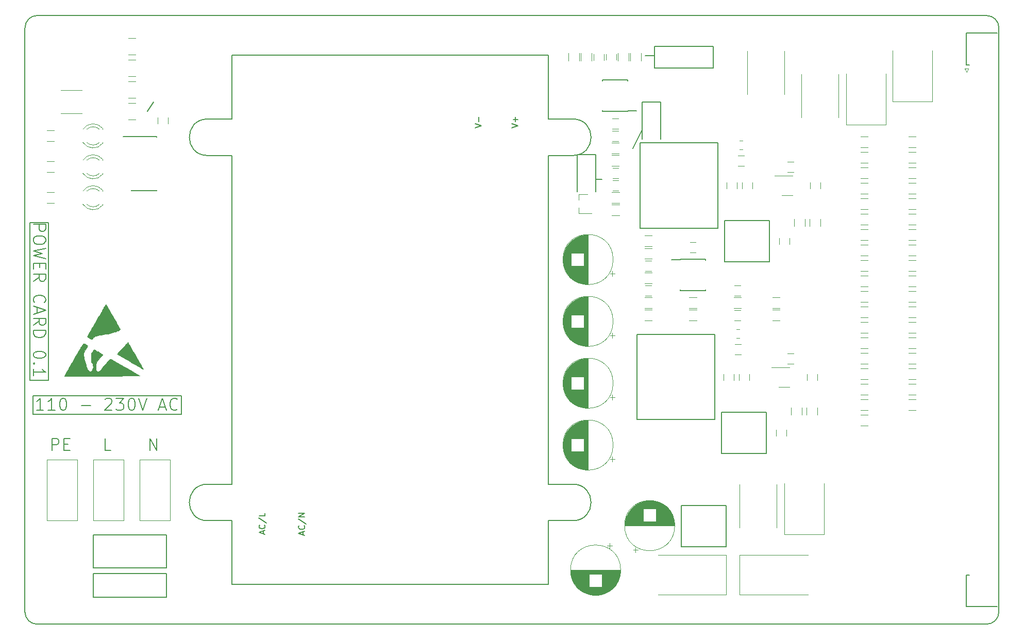
<source format=gto>
G04 #@! TF.GenerationSoftware,KiCad,Pcbnew,(5.1.5)-3*
G04 #@! TF.CreationDate,2020-04-19T00:38:59+08:00*
G04 #@! TF.ProjectId,HEMAC_POWER,48454d41-435f-4504-9f57-45522e6b6963,rev?*
G04 #@! TF.SameCoordinates,Original*
G04 #@! TF.FileFunction,Legend,Top*
G04 #@! TF.FilePolarity,Positive*
%FSLAX46Y46*%
G04 Gerber Fmt 4.6, Leading zero omitted, Abs format (unit mm)*
G04 Created by KiCad (PCBNEW (5.1.5)-3) date 2020-04-19 00:38:59*
%MOMM*%
%LPD*%
G04 APERTURE LIST*
%ADD10C,0.150000*%
%ADD11C,0.200000*%
%ADD12C,0.010000*%
%ADD13C,0.120000*%
G04 APERTURE END LIST*
D10*
X68824000Y-109906000D02*
X68824000Y-83998000D01*
X65776000Y-83998000D02*
X68824000Y-83998000D01*
X65776000Y-109906000D02*
X68824000Y-109906000D01*
X65776000Y-83998000D02*
X65776000Y-109906000D01*
D11*
X66395238Y-84317047D02*
X68395238Y-84317047D01*
X68395238Y-85078952D01*
X68300000Y-85269428D01*
X68204761Y-85364666D01*
X68014285Y-85459904D01*
X67728571Y-85459904D01*
X67538095Y-85364666D01*
X67442857Y-85269428D01*
X67347619Y-85078952D01*
X67347619Y-84317047D01*
X68395238Y-86698000D02*
X68395238Y-87078952D01*
X68300000Y-87269428D01*
X68109523Y-87459904D01*
X67728571Y-87555142D01*
X67061904Y-87555142D01*
X66680952Y-87459904D01*
X66490476Y-87269428D01*
X66395238Y-87078952D01*
X66395238Y-86698000D01*
X66490476Y-86507523D01*
X66680952Y-86317047D01*
X67061904Y-86221809D01*
X67728571Y-86221809D01*
X68109523Y-86317047D01*
X68300000Y-86507523D01*
X68395238Y-86698000D01*
X68395238Y-88221809D02*
X66395238Y-88698000D01*
X67823809Y-89078952D01*
X66395238Y-89459904D01*
X68395238Y-89936095D01*
X67442857Y-90698000D02*
X67442857Y-91364666D01*
X66395238Y-91650380D02*
X66395238Y-90698000D01*
X68395238Y-90698000D01*
X68395238Y-91650380D01*
X66395238Y-93650380D02*
X67347619Y-92983714D01*
X66395238Y-92507523D02*
X68395238Y-92507523D01*
X68395238Y-93269428D01*
X68300000Y-93459904D01*
X68204761Y-93555142D01*
X68014285Y-93650380D01*
X67728571Y-93650380D01*
X67538095Y-93555142D01*
X67442857Y-93459904D01*
X67347619Y-93269428D01*
X67347619Y-92507523D01*
X66585714Y-97174190D02*
X66490476Y-97078952D01*
X66395238Y-96793238D01*
X66395238Y-96602761D01*
X66490476Y-96317047D01*
X66680952Y-96126571D01*
X66871428Y-96031333D01*
X67252380Y-95936095D01*
X67538095Y-95936095D01*
X67919047Y-96031333D01*
X68109523Y-96126571D01*
X68300000Y-96317047D01*
X68395238Y-96602761D01*
X68395238Y-96793238D01*
X68300000Y-97078952D01*
X68204761Y-97174190D01*
X66966666Y-97936095D02*
X66966666Y-98888476D01*
X66395238Y-97745619D02*
X68395238Y-98412285D01*
X66395238Y-99078952D01*
X66395238Y-100888476D02*
X67347619Y-100221809D01*
X66395238Y-99745619D02*
X68395238Y-99745619D01*
X68395238Y-100507523D01*
X68300000Y-100698000D01*
X68204761Y-100793238D01*
X68014285Y-100888476D01*
X67728571Y-100888476D01*
X67538095Y-100793238D01*
X67442857Y-100698000D01*
X67347619Y-100507523D01*
X67347619Y-99745619D01*
X66395238Y-101745619D02*
X68395238Y-101745619D01*
X68395238Y-102221809D01*
X68300000Y-102507523D01*
X68109523Y-102698000D01*
X67919047Y-102793238D01*
X67538095Y-102888476D01*
X67252380Y-102888476D01*
X66871428Y-102793238D01*
X66680952Y-102698000D01*
X66490476Y-102507523D01*
X66395238Y-102221809D01*
X66395238Y-101745619D01*
X68395238Y-105650380D02*
X68395238Y-105840857D01*
X68300000Y-106031333D01*
X68204761Y-106126571D01*
X68014285Y-106221809D01*
X67633333Y-106317047D01*
X67157142Y-106317047D01*
X66776190Y-106221809D01*
X66585714Y-106126571D01*
X66490476Y-106031333D01*
X66395238Y-105840857D01*
X66395238Y-105650380D01*
X66490476Y-105459904D01*
X66585714Y-105364666D01*
X66776190Y-105269428D01*
X67157142Y-105174190D01*
X67633333Y-105174190D01*
X68014285Y-105269428D01*
X68204761Y-105364666D01*
X68300000Y-105459904D01*
X68395238Y-105650380D01*
X66585714Y-107174190D02*
X66490476Y-107269428D01*
X66395238Y-107174190D01*
X66490476Y-107078952D01*
X66585714Y-107174190D01*
X66395238Y-107174190D01*
X66395238Y-109174190D02*
X66395238Y-108031333D01*
X66395238Y-108602761D02*
X68395238Y-108602761D01*
X68109523Y-108412285D01*
X67919047Y-108221809D01*
X67823809Y-108031333D01*
D10*
X90668000Y-112446000D02*
X66284000Y-112446000D01*
X90668000Y-115494000D02*
X90668000Y-112446000D01*
X66284000Y-115494000D02*
X90668000Y-115494000D01*
X66284000Y-112446000D02*
X66284000Y-115494000D01*
D11*
X68047428Y-114874761D02*
X66904571Y-114874761D01*
X67476000Y-114874761D02*
X67476000Y-112874761D01*
X67285523Y-113160476D01*
X67095047Y-113350952D01*
X66904571Y-113446190D01*
X69952190Y-114874761D02*
X68809333Y-114874761D01*
X69380761Y-114874761D02*
X69380761Y-112874761D01*
X69190285Y-113160476D01*
X68999809Y-113350952D01*
X68809333Y-113446190D01*
X71190285Y-112874761D02*
X71380761Y-112874761D01*
X71571238Y-112970000D01*
X71666476Y-113065238D01*
X71761714Y-113255714D01*
X71856952Y-113636666D01*
X71856952Y-114112857D01*
X71761714Y-114493809D01*
X71666476Y-114684285D01*
X71571238Y-114779523D01*
X71380761Y-114874761D01*
X71190285Y-114874761D01*
X70999809Y-114779523D01*
X70904571Y-114684285D01*
X70809333Y-114493809D01*
X70714095Y-114112857D01*
X70714095Y-113636666D01*
X70809333Y-113255714D01*
X70904571Y-113065238D01*
X70999809Y-112970000D01*
X71190285Y-112874761D01*
X74237904Y-114112857D02*
X75761714Y-114112857D01*
X78142666Y-113065238D02*
X78237904Y-112970000D01*
X78428380Y-112874761D01*
X78904571Y-112874761D01*
X79095047Y-112970000D01*
X79190285Y-113065238D01*
X79285523Y-113255714D01*
X79285523Y-113446190D01*
X79190285Y-113731904D01*
X78047428Y-114874761D01*
X79285523Y-114874761D01*
X79952190Y-112874761D02*
X81190285Y-112874761D01*
X80523619Y-113636666D01*
X80809333Y-113636666D01*
X80999809Y-113731904D01*
X81095047Y-113827142D01*
X81190285Y-114017619D01*
X81190285Y-114493809D01*
X81095047Y-114684285D01*
X80999809Y-114779523D01*
X80809333Y-114874761D01*
X80237904Y-114874761D01*
X80047428Y-114779523D01*
X79952190Y-114684285D01*
X82428380Y-112874761D02*
X82618857Y-112874761D01*
X82809333Y-112970000D01*
X82904571Y-113065238D01*
X82999809Y-113255714D01*
X83095047Y-113636666D01*
X83095047Y-114112857D01*
X82999809Y-114493809D01*
X82904571Y-114684285D01*
X82809333Y-114779523D01*
X82618857Y-114874761D01*
X82428380Y-114874761D01*
X82237904Y-114779523D01*
X82142666Y-114684285D01*
X82047428Y-114493809D01*
X81952190Y-114112857D01*
X81952190Y-113636666D01*
X82047428Y-113255714D01*
X82142666Y-113065238D01*
X82237904Y-112970000D01*
X82428380Y-112874761D01*
X83666476Y-112874761D02*
X84333142Y-114874761D01*
X84999809Y-112874761D01*
X87095047Y-114303333D02*
X88047428Y-114303333D01*
X86904571Y-114874761D02*
X87571238Y-112874761D01*
X88237904Y-114874761D01*
X90047428Y-114684285D02*
X89952190Y-114779523D01*
X89666476Y-114874761D01*
X89476000Y-114874761D01*
X89190285Y-114779523D01*
X88999809Y-114589047D01*
X88904571Y-114398571D01*
X88809333Y-114017619D01*
X88809333Y-113731904D01*
X88904571Y-113350952D01*
X88999809Y-113160476D01*
X89190285Y-112970000D01*
X89476000Y-112874761D01*
X89666476Y-112874761D01*
X89952190Y-112970000D01*
X90047428Y-113065238D01*
X69427428Y-121478761D02*
X69427428Y-119478761D01*
X70189333Y-119478761D01*
X70379809Y-119574000D01*
X70475047Y-119669238D01*
X70570285Y-119859714D01*
X70570285Y-120145428D01*
X70475047Y-120335904D01*
X70379809Y-120431142D01*
X70189333Y-120526380D01*
X69427428Y-120526380D01*
X71427428Y-120431142D02*
X72094095Y-120431142D01*
X72379809Y-121478761D02*
X71427428Y-121478761D01*
X71427428Y-119478761D01*
X72379809Y-119478761D01*
X85524571Y-121478761D02*
X85524571Y-119478761D01*
X86667428Y-121478761D01*
X86667428Y-119478761D01*
X79095047Y-121478761D02*
X78142666Y-121478761D01*
X78142666Y-119478761D01*
D10*
X86096000Y-64186000D02*
X85080000Y-65710000D01*
X166868000Y-56566000D02*
X168392000Y-56566000D01*
X178044000Y-55042000D02*
X168392000Y-55042000D01*
X178044000Y-58598000D02*
X178044000Y-55042000D01*
X168392000Y-58598000D02*
X178044000Y-58598000D01*
X168392000Y-55042000D02*
X168392000Y-58598000D01*
X166360000Y-68758000D02*
X164836000Y-71806000D01*
X169408000Y-64186000D02*
X169408000Y-70282000D01*
X166360000Y-64186000D02*
X169408000Y-64186000D01*
X166360000Y-64186000D02*
X166360000Y-70282000D01*
X158740000Y-76886000D02*
X159756000Y-76886000D01*
X158740000Y-72822000D02*
X158740000Y-78918000D01*
X155692000Y-72822000D02*
X158740000Y-72822000D01*
X155692000Y-78918000D02*
X155692000Y-72822000D01*
D11*
X225000000Y-148000000D02*
G75*
G02X223000000Y-150000000I-2000000J0D01*
G01*
X67000000Y-150000000D02*
G75*
G02X65000000Y-148000000I0J2000000D01*
G01*
X65000000Y-52000000D02*
G75*
G02X67000000Y-50000000I2000000J0D01*
G01*
X223000000Y-50000000D02*
G75*
G02X225000000Y-52000000I0J-2000000D01*
G01*
X65000000Y-148000000D02*
X65000000Y-52000000D01*
X223000000Y-150000000D02*
X67000000Y-150000000D01*
X225000000Y-52000000D02*
X225000000Y-148000000D01*
X67000000Y-50000000D02*
X223000000Y-50000000D01*
D12*
G36*
X74612187Y-103884317D02*
G01*
X74677237Y-103909473D01*
X74776385Y-103959425D01*
X74918747Y-104037752D01*
X74929832Y-104043977D01*
X75060947Y-104118952D01*
X75171596Y-104184638D01*
X75250910Y-104234410D01*
X75288023Y-104261641D01*
X75289061Y-104262974D01*
X75280096Y-104300780D01*
X75238971Y-104385210D01*
X75168366Y-104511665D01*
X75070960Y-104675544D01*
X74949435Y-104872245D01*
X74806471Y-105097170D01*
X74770890Y-105152331D01*
X74678186Y-105305398D01*
X74610683Y-105437112D01*
X74574305Y-105535565D01*
X74570572Y-105555014D01*
X74572229Y-105640624D01*
X74590788Y-105776418D01*
X74623936Y-105953687D01*
X74669360Y-106163719D01*
X74724746Y-106397804D01*
X74787780Y-106647232D01*
X74856150Y-106903290D01*
X74927542Y-107157269D01*
X74999641Y-107400457D01*
X75070136Y-107624145D01*
X75136712Y-107819621D01*
X75197055Y-107978174D01*
X75239121Y-108072244D01*
X75288673Y-108172451D01*
X75335460Y-108268337D01*
X75337993Y-108273586D01*
X75415397Y-108370440D01*
X75528368Y-108435656D01*
X75659878Y-108466909D01*
X75792901Y-108461875D01*
X75910410Y-108418228D01*
X75976516Y-108360764D01*
X76071718Y-108203166D01*
X76141478Y-108006756D01*
X76179753Y-107791559D01*
X76185176Y-107669561D01*
X76163339Y-107441870D01*
X76099247Y-107253320D01*
X75989451Y-107094759D01*
X75955213Y-107059467D01*
X75853322Y-106960470D01*
X75839328Y-105560978D01*
X76017635Y-105291062D01*
X76101307Y-105168891D01*
X76181889Y-105058987D01*
X76247885Y-104976673D01*
X76276252Y-104946384D01*
X76356562Y-104871621D01*
X76465330Y-104930196D01*
X76534077Y-104972168D01*
X76571692Y-105004756D01*
X76574097Y-105010615D01*
X76599806Y-105035456D01*
X76643792Y-105053954D01*
X76686299Y-105070626D01*
X76751387Y-105102299D01*
X76844644Y-105152066D01*
X76971658Y-105223018D01*
X77138016Y-105318247D01*
X77349305Y-105440844D01*
X77464124Y-105507864D01*
X77599187Y-105588143D01*
X77687770Y-105645319D01*
X77737710Y-105686078D01*
X77756846Y-105717107D01*
X77753016Y-105745092D01*
X77749822Y-105751593D01*
X77718752Y-105792533D01*
X77652271Y-105869330D01*
X77558124Y-105973393D01*
X77444056Y-106096132D01*
X77345400Y-106200180D01*
X77118059Y-106447134D01*
X76940210Y-106661183D01*
X76810267Y-106844480D01*
X76726642Y-106999176D01*
X76698434Y-107077732D01*
X76686783Y-107146498D01*
X76674749Y-107263799D01*
X76663391Y-107416234D01*
X76653767Y-107590404D01*
X76649238Y-107700537D01*
X76642918Y-107890929D01*
X76640137Y-108030124D01*
X76641715Y-108128819D01*
X76648469Y-108197708D01*
X76661216Y-108247487D01*
X76680773Y-108288850D01*
X76696134Y-108314106D01*
X76784842Y-108411453D01*
X76899147Y-108479291D01*
X77019416Y-108508876D01*
X77109545Y-108498172D01*
X77191152Y-108451861D01*
X77293447Y-108368924D01*
X77402083Y-108263825D01*
X77502713Y-108151032D01*
X77580988Y-108045010D01*
X77609809Y-107993778D01*
X77652982Y-107923628D01*
X77731505Y-107816778D01*
X77838203Y-107681578D01*
X77965903Y-107526381D01*
X78107429Y-107359536D01*
X78255607Y-107189396D01*
X78403263Y-107024311D01*
X78543222Y-106872633D01*
X78668310Y-106742713D01*
X78766520Y-106647339D01*
X78875557Y-106552065D01*
X78967284Y-106481817D01*
X79031621Y-106443898D01*
X79052978Y-106439729D01*
X79085706Y-106456548D01*
X79167341Y-106501692D01*
X79293172Y-106572449D01*
X79458488Y-106666109D01*
X79658578Y-106779962D01*
X79888732Y-106911298D01*
X80144238Y-107057406D01*
X80420387Y-107215576D01*
X80712467Y-107383097D01*
X81015768Y-107557259D01*
X81325579Y-107735352D01*
X81637189Y-107914665D01*
X81945888Y-108092487D01*
X82246964Y-108266109D01*
X82535708Y-108432819D01*
X82807408Y-108589908D01*
X83057354Y-108734666D01*
X83280834Y-108864380D01*
X83473139Y-108976342D01*
X83629557Y-109067841D01*
X83745378Y-109136167D01*
X83815891Y-109178608D01*
X83836329Y-109191927D01*
X83808803Y-109194560D01*
X83722208Y-109197118D01*
X83579428Y-109199592D01*
X83383346Y-109201966D01*
X83136844Y-109204231D01*
X82842806Y-109206373D01*
X82504114Y-109208379D01*
X82123652Y-109210238D01*
X81704301Y-109211937D01*
X81248946Y-109213464D01*
X80760469Y-109214807D01*
X80241753Y-109215952D01*
X79695681Y-109216889D01*
X79125136Y-109217604D01*
X78533000Y-109218085D01*
X77922157Y-109218319D01*
X77665848Y-109218342D01*
X71465939Y-109218342D01*
X71908106Y-108451695D01*
X72001711Y-108289360D01*
X72122204Y-108080332D01*
X72265556Y-107831603D01*
X72427738Y-107550164D01*
X72604723Y-107243007D01*
X72792480Y-106917125D01*
X72986982Y-106579509D01*
X73184200Y-106237151D01*
X73380105Y-105897043D01*
X73429649Y-105811025D01*
X73610304Y-105497715D01*
X73782578Y-105199606D01*
X73943884Y-104921136D01*
X74091632Y-104666743D01*
X74223233Y-104440864D01*
X74336099Y-104247937D01*
X74427641Y-104092401D01*
X74495270Y-103978692D01*
X74536396Y-103911250D01*
X74547905Y-103894080D01*
X74572115Y-103880379D01*
X74612187Y-103884317D01*
G37*
X74612187Y-103884317D02*
X74677237Y-103909473D01*
X74776385Y-103959425D01*
X74918747Y-104037752D01*
X74929832Y-104043977D01*
X75060947Y-104118952D01*
X75171596Y-104184638D01*
X75250910Y-104234410D01*
X75288023Y-104261641D01*
X75289061Y-104262974D01*
X75280096Y-104300780D01*
X75238971Y-104385210D01*
X75168366Y-104511665D01*
X75070960Y-104675544D01*
X74949435Y-104872245D01*
X74806471Y-105097170D01*
X74770890Y-105152331D01*
X74678186Y-105305398D01*
X74610683Y-105437112D01*
X74574305Y-105535565D01*
X74570572Y-105555014D01*
X74572229Y-105640624D01*
X74590788Y-105776418D01*
X74623936Y-105953687D01*
X74669360Y-106163719D01*
X74724746Y-106397804D01*
X74787780Y-106647232D01*
X74856150Y-106903290D01*
X74927542Y-107157269D01*
X74999641Y-107400457D01*
X75070136Y-107624145D01*
X75136712Y-107819621D01*
X75197055Y-107978174D01*
X75239121Y-108072244D01*
X75288673Y-108172451D01*
X75335460Y-108268337D01*
X75337993Y-108273586D01*
X75415397Y-108370440D01*
X75528368Y-108435656D01*
X75659878Y-108466909D01*
X75792901Y-108461875D01*
X75910410Y-108418228D01*
X75976516Y-108360764D01*
X76071718Y-108203166D01*
X76141478Y-108006756D01*
X76179753Y-107791559D01*
X76185176Y-107669561D01*
X76163339Y-107441870D01*
X76099247Y-107253320D01*
X75989451Y-107094759D01*
X75955213Y-107059467D01*
X75853322Y-106960470D01*
X75839328Y-105560978D01*
X76017635Y-105291062D01*
X76101307Y-105168891D01*
X76181889Y-105058987D01*
X76247885Y-104976673D01*
X76276252Y-104946384D01*
X76356562Y-104871621D01*
X76465330Y-104930196D01*
X76534077Y-104972168D01*
X76571692Y-105004756D01*
X76574097Y-105010615D01*
X76599806Y-105035456D01*
X76643792Y-105053954D01*
X76686299Y-105070626D01*
X76751387Y-105102299D01*
X76844644Y-105152066D01*
X76971658Y-105223018D01*
X77138016Y-105318247D01*
X77349305Y-105440844D01*
X77464124Y-105507864D01*
X77599187Y-105588143D01*
X77687770Y-105645319D01*
X77737710Y-105686078D01*
X77756846Y-105717107D01*
X77753016Y-105745092D01*
X77749822Y-105751593D01*
X77718752Y-105792533D01*
X77652271Y-105869330D01*
X77558124Y-105973393D01*
X77444056Y-106096132D01*
X77345400Y-106200180D01*
X77118059Y-106447134D01*
X76940210Y-106661183D01*
X76810267Y-106844480D01*
X76726642Y-106999176D01*
X76698434Y-107077732D01*
X76686783Y-107146498D01*
X76674749Y-107263799D01*
X76663391Y-107416234D01*
X76653767Y-107590404D01*
X76649238Y-107700537D01*
X76642918Y-107890929D01*
X76640137Y-108030124D01*
X76641715Y-108128819D01*
X76648469Y-108197708D01*
X76661216Y-108247487D01*
X76680773Y-108288850D01*
X76696134Y-108314106D01*
X76784842Y-108411453D01*
X76899147Y-108479291D01*
X77019416Y-108508876D01*
X77109545Y-108498172D01*
X77191152Y-108451861D01*
X77293447Y-108368924D01*
X77402083Y-108263825D01*
X77502713Y-108151032D01*
X77580988Y-108045010D01*
X77609809Y-107993778D01*
X77652982Y-107923628D01*
X77731505Y-107816778D01*
X77838203Y-107681578D01*
X77965903Y-107526381D01*
X78107429Y-107359536D01*
X78255607Y-107189396D01*
X78403263Y-107024311D01*
X78543222Y-106872633D01*
X78668310Y-106742713D01*
X78766520Y-106647339D01*
X78875557Y-106552065D01*
X78967284Y-106481817D01*
X79031621Y-106443898D01*
X79052978Y-106439729D01*
X79085706Y-106456548D01*
X79167341Y-106501692D01*
X79293172Y-106572449D01*
X79458488Y-106666109D01*
X79658578Y-106779962D01*
X79888732Y-106911298D01*
X80144238Y-107057406D01*
X80420387Y-107215576D01*
X80712467Y-107383097D01*
X81015768Y-107557259D01*
X81325579Y-107735352D01*
X81637189Y-107914665D01*
X81945888Y-108092487D01*
X82246964Y-108266109D01*
X82535708Y-108432819D01*
X82807408Y-108589908D01*
X83057354Y-108734666D01*
X83280834Y-108864380D01*
X83473139Y-108976342D01*
X83629557Y-109067841D01*
X83745378Y-109136167D01*
X83815891Y-109178608D01*
X83836329Y-109191927D01*
X83808803Y-109194560D01*
X83722208Y-109197118D01*
X83579428Y-109199592D01*
X83383346Y-109201966D01*
X83136844Y-109204231D01*
X82842806Y-109206373D01*
X82504114Y-109208379D01*
X82123652Y-109210238D01*
X81704301Y-109211937D01*
X81248946Y-109213464D01*
X80760469Y-109214807D01*
X80241753Y-109215952D01*
X79695681Y-109216889D01*
X79125136Y-109217604D01*
X78533000Y-109218085D01*
X77922157Y-109218319D01*
X77665848Y-109218342D01*
X71465939Y-109218342D01*
X71908106Y-108451695D01*
X72001711Y-108289360D01*
X72122204Y-108080332D01*
X72265556Y-107831603D01*
X72427738Y-107550164D01*
X72604723Y-107243007D01*
X72792480Y-106917125D01*
X72986982Y-106579509D01*
X73184200Y-106237151D01*
X73380105Y-105897043D01*
X73429649Y-105811025D01*
X73610304Y-105497715D01*
X73782578Y-105199606D01*
X73943884Y-104921136D01*
X74091632Y-104666743D01*
X74223233Y-104440864D01*
X74336099Y-104247937D01*
X74427641Y-104092401D01*
X74495270Y-103978692D01*
X74536396Y-103911250D01*
X74547905Y-103894080D01*
X74572115Y-103880379D01*
X74612187Y-103884317D01*
G36*
X81943056Y-103771238D02*
G01*
X81965816Y-103809386D01*
X82016975Y-103896843D01*
X82094004Y-104029238D01*
X82194372Y-104202204D01*
X82315549Y-104411370D01*
X82455006Y-104652367D01*
X82610213Y-104920824D01*
X82778640Y-105212374D01*
X82957757Y-105522646D01*
X83141995Y-105842000D01*
X83330152Y-106168235D01*
X83510803Y-106481418D01*
X83681330Y-106777012D01*
X83839114Y-107050480D01*
X83981538Y-107297284D01*
X84105981Y-107512889D01*
X84209826Y-107692755D01*
X84290455Y-107832347D01*
X84345248Y-107927128D01*
X84371013Y-107971573D01*
X84413014Y-108046661D01*
X84435850Y-108093663D01*
X84437102Y-108101841D01*
X84409272Y-108086484D01*
X84331881Y-108042407D01*
X84208973Y-107971942D01*
X84044595Y-107877422D01*
X83842792Y-107761178D01*
X83607609Y-107625542D01*
X83343091Y-107472848D01*
X83053284Y-107305428D01*
X82742233Y-107125613D01*
X82413984Y-106935735D01*
X82289097Y-106863464D01*
X81954974Y-106670167D01*
X81636147Y-106485877D01*
X81336709Y-106312950D01*
X81060752Y-106153743D01*
X80812370Y-106010610D01*
X80595653Y-105885910D01*
X80414696Y-105781996D01*
X80273591Y-105701227D01*
X80176430Y-105645957D01*
X80127307Y-105618544D01*
X80122170Y-105615948D01*
X80137138Y-105592441D01*
X80189227Y-105529591D01*
X80273117Y-105433188D01*
X80383492Y-105309020D01*
X80515034Y-105162879D01*
X80662424Y-105000553D01*
X80820345Y-104827832D01*
X80983479Y-104650506D01*
X81146508Y-104474365D01*
X81304114Y-104305198D01*
X81450979Y-104148795D01*
X81581786Y-104010945D01*
X81691216Y-103897439D01*
X81773953Y-103814065D01*
X81802328Y-103786726D01*
X81896359Y-103698403D01*
X81943056Y-103771238D01*
G37*
X81943056Y-103771238D02*
X81965816Y-103809386D01*
X82016975Y-103896843D01*
X82094004Y-104029238D01*
X82194372Y-104202204D01*
X82315549Y-104411370D01*
X82455006Y-104652367D01*
X82610213Y-104920824D01*
X82778640Y-105212374D01*
X82957757Y-105522646D01*
X83141995Y-105842000D01*
X83330152Y-106168235D01*
X83510803Y-106481418D01*
X83681330Y-106777012D01*
X83839114Y-107050480D01*
X83981538Y-107297284D01*
X84105981Y-107512889D01*
X84209826Y-107692755D01*
X84290455Y-107832347D01*
X84345248Y-107927128D01*
X84371013Y-107971573D01*
X84413014Y-108046661D01*
X84435850Y-108093663D01*
X84437102Y-108101841D01*
X84409272Y-108086484D01*
X84331881Y-108042407D01*
X84208973Y-107971942D01*
X84044595Y-107877422D01*
X83842792Y-107761178D01*
X83607609Y-107625542D01*
X83343091Y-107472848D01*
X83053284Y-107305428D01*
X82742233Y-107125613D01*
X82413984Y-106935735D01*
X82289097Y-106863464D01*
X81954974Y-106670167D01*
X81636147Y-106485877D01*
X81336709Y-106312950D01*
X81060752Y-106153743D01*
X80812370Y-106010610D01*
X80595653Y-105885910D01*
X80414696Y-105781996D01*
X80273591Y-105701227D01*
X80176430Y-105645957D01*
X80127307Y-105618544D01*
X80122170Y-105615948D01*
X80137138Y-105592441D01*
X80189227Y-105529591D01*
X80273117Y-105433188D01*
X80383492Y-105309020D01*
X80515034Y-105162879D01*
X80662424Y-105000553D01*
X80820345Y-104827832D01*
X80983479Y-104650506D01*
X81146508Y-104474365D01*
X81304114Y-104305198D01*
X81450979Y-104148795D01*
X81581786Y-104010945D01*
X81691216Y-103897439D01*
X81773953Y-103814065D01*
X81802328Y-103786726D01*
X81896359Y-103698403D01*
X81943056Y-103771238D01*
G36*
X78296085Y-97473671D02*
G01*
X78342129Y-97548491D01*
X78413067Y-97667028D01*
X78505991Y-97824237D01*
X78617992Y-98015076D01*
X78746162Y-98234501D01*
X78887592Y-98477469D01*
X79039373Y-98738937D01*
X79198597Y-99013860D01*
X79362356Y-99297197D01*
X79527740Y-99583902D01*
X79691842Y-99868934D01*
X79851752Y-100147248D01*
X80004562Y-100413802D01*
X80147363Y-100663552D01*
X80277247Y-100891455D01*
X80391305Y-101092466D01*
X80486629Y-101261544D01*
X80560310Y-101393645D01*
X80609439Y-101483724D01*
X80631108Y-101526740D01*
X80631902Y-101529429D01*
X80605002Y-101565930D01*
X80530227Y-101621764D01*
X80416470Y-101691450D01*
X80272623Y-101769509D01*
X80122029Y-101843687D01*
X79917119Y-101933635D01*
X79701633Y-102014453D01*
X79468146Y-102087938D01*
X79209236Y-102155884D01*
X78917479Y-102220088D01*
X78585451Y-102282346D01*
X78205731Y-102344454D01*
X77812937Y-102402290D01*
X77471668Y-102453600D01*
X77185090Y-102504397D01*
X76946015Y-102557204D01*
X76747259Y-102614546D01*
X76581635Y-102678947D01*
X76441956Y-102752931D01*
X76321036Y-102839024D01*
X76211689Y-102939750D01*
X76176428Y-102977167D01*
X76100000Y-103064279D01*
X76043463Y-103135364D01*
X76017235Y-103177167D01*
X76016536Y-103180594D01*
X76007360Y-103201612D01*
X75975515Y-103201849D01*
X75914531Y-103178509D01*
X75817935Y-103128793D01*
X75679254Y-103049905D01*
X75582878Y-102993175D01*
X75439166Y-102904494D01*
X75327483Y-102828559D01*
X75255334Y-102770832D01*
X75230226Y-102736776D01*
X75230241Y-102736529D01*
X75245811Y-102704075D01*
X75289783Y-102622800D01*
X75359605Y-102497134D01*
X75452725Y-102331505D01*
X75566589Y-102130344D01*
X75698646Y-101898080D01*
X75846343Y-101639143D01*
X76007128Y-101357961D01*
X76178448Y-101058965D01*
X76357751Y-100746584D01*
X76542485Y-100425248D01*
X76730098Y-100099386D01*
X76918036Y-99773427D01*
X77103747Y-99451801D01*
X77284680Y-99138937D01*
X77458281Y-98839266D01*
X77621999Y-98557216D01*
X77773281Y-98297218D01*
X77909574Y-98063699D01*
X78028326Y-97861091D01*
X78126985Y-97693823D01*
X78202999Y-97566324D01*
X78253814Y-97483023D01*
X78276879Y-97448350D01*
X78277845Y-97447610D01*
X78296085Y-97473671D01*
G37*
X78296085Y-97473671D02*
X78342129Y-97548491D01*
X78413067Y-97667028D01*
X78505991Y-97824237D01*
X78617992Y-98015076D01*
X78746162Y-98234501D01*
X78887592Y-98477469D01*
X79039373Y-98738937D01*
X79198597Y-99013860D01*
X79362356Y-99297197D01*
X79527740Y-99583902D01*
X79691842Y-99868934D01*
X79851752Y-100147248D01*
X80004562Y-100413802D01*
X80147363Y-100663552D01*
X80277247Y-100891455D01*
X80391305Y-101092466D01*
X80486629Y-101261544D01*
X80560310Y-101393645D01*
X80609439Y-101483724D01*
X80631108Y-101526740D01*
X80631902Y-101529429D01*
X80605002Y-101565930D01*
X80530227Y-101621764D01*
X80416470Y-101691450D01*
X80272623Y-101769509D01*
X80122029Y-101843687D01*
X79917119Y-101933635D01*
X79701633Y-102014453D01*
X79468146Y-102087938D01*
X79209236Y-102155884D01*
X78917479Y-102220088D01*
X78585451Y-102282346D01*
X78205731Y-102344454D01*
X77812937Y-102402290D01*
X77471668Y-102453600D01*
X77185090Y-102504397D01*
X76946015Y-102557204D01*
X76747259Y-102614546D01*
X76581635Y-102678947D01*
X76441956Y-102752931D01*
X76321036Y-102839024D01*
X76211689Y-102939750D01*
X76176428Y-102977167D01*
X76100000Y-103064279D01*
X76043463Y-103135364D01*
X76017235Y-103177167D01*
X76016536Y-103180594D01*
X76007360Y-103201612D01*
X75975515Y-103201849D01*
X75914531Y-103178509D01*
X75817935Y-103128793D01*
X75679254Y-103049905D01*
X75582878Y-102993175D01*
X75439166Y-102904494D01*
X75327483Y-102828559D01*
X75255334Y-102770832D01*
X75230226Y-102736776D01*
X75230241Y-102736529D01*
X75245811Y-102704075D01*
X75289783Y-102622800D01*
X75359605Y-102497134D01*
X75452725Y-102331505D01*
X75566589Y-102130344D01*
X75698646Y-101898080D01*
X75846343Y-101639143D01*
X76007128Y-101357961D01*
X76178448Y-101058965D01*
X76357751Y-100746584D01*
X76542485Y-100425248D01*
X76730098Y-100099386D01*
X76918036Y-99773427D01*
X77103747Y-99451801D01*
X77284680Y-99138937D01*
X77458281Y-98839266D01*
X77621999Y-98557216D01*
X77773281Y-98297218D01*
X77909574Y-98063699D01*
X78028326Y-97861091D01*
X78126985Y-97693823D01*
X78202999Y-97566324D01*
X78253814Y-97483023D01*
X78276879Y-97448350D01*
X78277845Y-97447610D01*
X78296085Y-97473671D01*
D11*
X180220000Y-130505000D02*
X180220000Y-137305000D01*
X172820000Y-130505000D02*
X172820000Y-137305000D01*
X180220000Y-137305000D02*
X172820000Y-137305000D01*
X180220000Y-130505000D02*
X172820000Y-130505000D01*
D13*
X162860000Y-141120000D02*
G75*
G03X162860000Y-141120000I-4120000J0D01*
G01*
X162820000Y-141120000D02*
X154660000Y-141120000D01*
X162820000Y-141160000D02*
X154660000Y-141160000D01*
X162820000Y-141200000D02*
X154660000Y-141200000D01*
X162819000Y-141240000D02*
X154661000Y-141240000D01*
X162817000Y-141280000D02*
X154663000Y-141280000D01*
X162816000Y-141320000D02*
X154664000Y-141320000D01*
X162814000Y-141360000D02*
X154666000Y-141360000D01*
X162811000Y-141400000D02*
X154669000Y-141400000D01*
X162808000Y-141440000D02*
X154672000Y-141440000D01*
X162805000Y-141480000D02*
X154675000Y-141480000D01*
X162801000Y-141520000D02*
X154679000Y-141520000D01*
X162797000Y-141560000D02*
X154683000Y-141560000D01*
X162792000Y-141600000D02*
X154688000Y-141600000D01*
X162788000Y-141640000D02*
X154692000Y-141640000D01*
X162782000Y-141680000D02*
X154698000Y-141680000D01*
X162777000Y-141720000D02*
X154703000Y-141720000D01*
X162770000Y-141760000D02*
X154710000Y-141760000D01*
X162764000Y-141800000D02*
X154716000Y-141800000D01*
X162757000Y-141841000D02*
X159780000Y-141841000D01*
X157700000Y-141841000D02*
X154723000Y-141841000D01*
X162750000Y-141881000D02*
X159780000Y-141881000D01*
X157700000Y-141881000D02*
X154730000Y-141881000D01*
X162742000Y-141921000D02*
X159780000Y-141921000D01*
X157700000Y-141921000D02*
X154738000Y-141921000D01*
X162734000Y-141961000D02*
X159780000Y-141961000D01*
X157700000Y-141961000D02*
X154746000Y-141961000D01*
X162725000Y-142001000D02*
X159780000Y-142001000D01*
X157700000Y-142001000D02*
X154755000Y-142001000D01*
X162716000Y-142041000D02*
X159780000Y-142041000D01*
X157700000Y-142041000D02*
X154764000Y-142041000D01*
X162707000Y-142081000D02*
X159780000Y-142081000D01*
X157700000Y-142081000D02*
X154773000Y-142081000D01*
X162697000Y-142121000D02*
X159780000Y-142121000D01*
X157700000Y-142121000D02*
X154783000Y-142121000D01*
X162687000Y-142161000D02*
X159780000Y-142161000D01*
X157700000Y-142161000D02*
X154793000Y-142161000D01*
X162676000Y-142201000D02*
X159780000Y-142201000D01*
X157700000Y-142201000D02*
X154804000Y-142201000D01*
X162665000Y-142241000D02*
X159780000Y-142241000D01*
X157700000Y-142241000D02*
X154815000Y-142241000D01*
X162654000Y-142281000D02*
X159780000Y-142281000D01*
X157700000Y-142281000D02*
X154826000Y-142281000D01*
X162642000Y-142321000D02*
X159780000Y-142321000D01*
X157700000Y-142321000D02*
X154838000Y-142321000D01*
X162629000Y-142361000D02*
X159780000Y-142361000D01*
X157700000Y-142361000D02*
X154851000Y-142361000D01*
X162617000Y-142401000D02*
X159780000Y-142401000D01*
X157700000Y-142401000D02*
X154863000Y-142401000D01*
X162603000Y-142441000D02*
X159780000Y-142441000D01*
X157700000Y-142441000D02*
X154877000Y-142441000D01*
X162590000Y-142481000D02*
X159780000Y-142481000D01*
X157700000Y-142481000D02*
X154890000Y-142481000D01*
X162575000Y-142521000D02*
X159780000Y-142521000D01*
X157700000Y-142521000D02*
X154905000Y-142521000D01*
X162561000Y-142561000D02*
X159780000Y-142561000D01*
X157700000Y-142561000D02*
X154919000Y-142561000D01*
X162545000Y-142601000D02*
X159780000Y-142601000D01*
X157700000Y-142601000D02*
X154935000Y-142601000D01*
X162530000Y-142641000D02*
X159780000Y-142641000D01*
X157700000Y-142641000D02*
X154950000Y-142641000D01*
X162514000Y-142681000D02*
X159780000Y-142681000D01*
X157700000Y-142681000D02*
X154966000Y-142681000D01*
X162497000Y-142721000D02*
X159780000Y-142721000D01*
X157700000Y-142721000D02*
X154983000Y-142721000D01*
X162480000Y-142761000D02*
X159780000Y-142761000D01*
X157700000Y-142761000D02*
X155000000Y-142761000D01*
X162462000Y-142801000D02*
X159780000Y-142801000D01*
X157700000Y-142801000D02*
X155018000Y-142801000D01*
X162444000Y-142841000D02*
X159780000Y-142841000D01*
X157700000Y-142841000D02*
X155036000Y-142841000D01*
X162426000Y-142881000D02*
X159780000Y-142881000D01*
X157700000Y-142881000D02*
X155054000Y-142881000D01*
X162406000Y-142921000D02*
X159780000Y-142921000D01*
X157700000Y-142921000D02*
X155074000Y-142921000D01*
X162387000Y-142961000D02*
X159780000Y-142961000D01*
X157700000Y-142961000D02*
X155093000Y-142961000D01*
X162367000Y-143001000D02*
X159780000Y-143001000D01*
X157700000Y-143001000D02*
X155113000Y-143001000D01*
X162346000Y-143041000D02*
X159780000Y-143041000D01*
X157700000Y-143041000D02*
X155134000Y-143041000D01*
X162324000Y-143081000D02*
X159780000Y-143081000D01*
X157700000Y-143081000D02*
X155156000Y-143081000D01*
X162302000Y-143121000D02*
X159780000Y-143121000D01*
X157700000Y-143121000D02*
X155178000Y-143121000D01*
X162280000Y-143161000D02*
X159780000Y-143161000D01*
X157700000Y-143161000D02*
X155200000Y-143161000D01*
X162257000Y-143201000D02*
X159780000Y-143201000D01*
X157700000Y-143201000D02*
X155223000Y-143201000D01*
X162233000Y-143241000D02*
X159780000Y-143241000D01*
X157700000Y-143241000D02*
X155247000Y-143241000D01*
X162209000Y-143281000D02*
X159780000Y-143281000D01*
X157700000Y-143281000D02*
X155271000Y-143281000D01*
X162184000Y-143321000D02*
X159780000Y-143321000D01*
X157700000Y-143321000D02*
X155296000Y-143321000D01*
X162158000Y-143361000D02*
X159780000Y-143361000D01*
X157700000Y-143361000D02*
X155322000Y-143361000D01*
X162132000Y-143401000D02*
X159780000Y-143401000D01*
X157700000Y-143401000D02*
X155348000Y-143401000D01*
X162105000Y-143441000D02*
X159780000Y-143441000D01*
X157700000Y-143441000D02*
X155375000Y-143441000D01*
X162078000Y-143481000D02*
X159780000Y-143481000D01*
X157700000Y-143481000D02*
X155402000Y-143481000D01*
X162049000Y-143521000D02*
X159780000Y-143521000D01*
X157700000Y-143521000D02*
X155431000Y-143521000D01*
X162020000Y-143561000D02*
X159780000Y-143561000D01*
X157700000Y-143561000D02*
X155460000Y-143561000D01*
X161990000Y-143601000D02*
X159780000Y-143601000D01*
X157700000Y-143601000D02*
X155490000Y-143601000D01*
X161960000Y-143641000D02*
X159780000Y-143641000D01*
X157700000Y-143641000D02*
X155520000Y-143641000D01*
X161929000Y-143681000D02*
X159780000Y-143681000D01*
X157700000Y-143681000D02*
X155551000Y-143681000D01*
X161896000Y-143721000D02*
X159780000Y-143721000D01*
X157700000Y-143721000D02*
X155584000Y-143721000D01*
X161864000Y-143761000D02*
X159780000Y-143761000D01*
X157700000Y-143761000D02*
X155616000Y-143761000D01*
X161830000Y-143801000D02*
X159780000Y-143801000D01*
X157700000Y-143801000D02*
X155650000Y-143801000D01*
X161795000Y-143841000D02*
X159780000Y-143841000D01*
X157700000Y-143841000D02*
X155685000Y-143841000D01*
X161759000Y-143881000D02*
X159780000Y-143881000D01*
X157700000Y-143881000D02*
X155721000Y-143881000D01*
X161723000Y-143921000D02*
X155757000Y-143921000D01*
X161685000Y-143961000D02*
X155795000Y-143961000D01*
X161647000Y-144001000D02*
X155833000Y-144001000D01*
X161607000Y-144041000D02*
X155873000Y-144041000D01*
X161566000Y-144081000D02*
X155914000Y-144081000D01*
X161524000Y-144121000D02*
X155956000Y-144121000D01*
X161481000Y-144161000D02*
X155999000Y-144161000D01*
X161437000Y-144201000D02*
X156043000Y-144201000D01*
X161391000Y-144241000D02*
X156089000Y-144241000D01*
X161344000Y-144281000D02*
X156136000Y-144281000D01*
X161296000Y-144321000D02*
X156184000Y-144321000D01*
X161245000Y-144361000D02*
X156235000Y-144361000D01*
X161194000Y-144401000D02*
X156286000Y-144401000D01*
X161140000Y-144441000D02*
X156340000Y-144441000D01*
X161085000Y-144481000D02*
X156395000Y-144481000D01*
X161027000Y-144521000D02*
X156453000Y-144521000D01*
X160968000Y-144561000D02*
X156512000Y-144561000D01*
X160906000Y-144601000D02*
X156574000Y-144601000D01*
X160842000Y-144641000D02*
X156638000Y-144641000D01*
X160774000Y-144681000D02*
X156706000Y-144681000D01*
X160704000Y-144721000D02*
X156776000Y-144721000D01*
X160630000Y-144761000D02*
X156850000Y-144761000D01*
X160553000Y-144801000D02*
X156927000Y-144801000D01*
X160471000Y-144841000D02*
X157009000Y-144841000D01*
X160385000Y-144881000D02*
X157095000Y-144881000D01*
X160292000Y-144921000D02*
X157188000Y-144921000D01*
X160193000Y-144961000D02*
X157287000Y-144961000D01*
X160086000Y-145001000D02*
X157394000Y-145001000D01*
X159969000Y-145041000D02*
X157511000Y-145041000D01*
X159838000Y-145081000D02*
X157642000Y-145081000D01*
X159688000Y-145121000D02*
X157792000Y-145121000D01*
X159508000Y-145161000D02*
X157972000Y-145161000D01*
X159273000Y-145201000D02*
X158207000Y-145201000D01*
X161055000Y-136710302D02*
X161055000Y-137510302D01*
X161455000Y-137110302D02*
X160655000Y-137110302D01*
X219400000Y-58680000D02*
X219700000Y-59280000D01*
X220000000Y-58680000D02*
X219400000Y-58680000D01*
X219700000Y-59280000D02*
X220000000Y-58680000D01*
D10*
X219640000Y-147100000D02*
X224740000Y-147100000D01*
X219640000Y-141900000D02*
X219640000Y-147100000D01*
X220140000Y-141900000D02*
X219640000Y-141900000D01*
X219640000Y-52900000D02*
X224740000Y-52900000D01*
X219640000Y-58100000D02*
X219640000Y-52900000D01*
X220140000Y-58100000D02*
X219640000Y-58100000D01*
D13*
X88470000Y-67734000D02*
X88470000Y-66734000D01*
X86770000Y-66734000D02*
X86770000Y-67734000D01*
X181608000Y-105676000D02*
X182608000Y-105676000D01*
X182608000Y-103976000D02*
X181608000Y-103976000D01*
X182116000Y-74688000D02*
X183116000Y-74688000D01*
X183116000Y-72988000D02*
X182116000Y-72988000D01*
X193450000Y-108898000D02*
X193450000Y-109898000D01*
X195150000Y-109898000D02*
X195150000Y-108898000D01*
X195658000Y-78402000D02*
X195658000Y-77402000D01*
X193958000Y-77402000D02*
X193958000Y-78402000D01*
X190264000Y-107200000D02*
X191264000Y-107200000D01*
X191264000Y-105500000D02*
X190264000Y-105500000D01*
X191244000Y-74004000D02*
X190244000Y-74004000D01*
X190244000Y-75704000D02*
X191244000Y-75704000D01*
X181434000Y-109898000D02*
X181434000Y-108898000D01*
X179734000Y-108898000D02*
X179734000Y-109898000D01*
X184482000Y-78402000D02*
X184482000Y-77402000D01*
X182782000Y-77402000D02*
X182782000Y-78402000D01*
X182274000Y-108898000D02*
X182274000Y-109898000D01*
X183974000Y-109898000D02*
X183974000Y-108898000D01*
X180242000Y-77402000D02*
X180242000Y-78402000D01*
X181942000Y-78402000D02*
X181942000Y-77402000D01*
X188370000Y-118042000D02*
X188370000Y-119042000D01*
X190070000Y-119042000D02*
X190070000Y-118042000D01*
X190578000Y-87546000D02*
X190578000Y-86546000D01*
X188878000Y-86546000D02*
X188878000Y-87546000D01*
X161462000Y-70624000D02*
X162462000Y-70624000D01*
X162462000Y-68924000D02*
X161462000Y-68924000D01*
X162462000Y-66892000D02*
X161462000Y-66892000D01*
X161462000Y-68592000D02*
X162462000Y-68592000D01*
X166876000Y-91970000D02*
X167876000Y-91970000D01*
X167876000Y-90270000D02*
X166876000Y-90270000D01*
X181542000Y-96024000D02*
X182542000Y-96024000D01*
X182542000Y-94324000D02*
X181542000Y-94324000D01*
X158398000Y-56340000D02*
X158398000Y-57340000D01*
X160098000Y-57340000D02*
X160098000Y-56340000D01*
X175222000Y-87212000D02*
X174222000Y-87212000D01*
X174222000Y-88912000D02*
X175222000Y-88912000D01*
X166876000Y-96014000D02*
X167876000Y-96014000D01*
X167876000Y-94314000D02*
X166876000Y-94314000D01*
X181542000Y-100088000D02*
X182542000Y-100088000D01*
X182542000Y-98388000D02*
X181542000Y-98388000D01*
X162130000Y-57300000D02*
X162130000Y-56300000D01*
X160430000Y-56300000D02*
X160430000Y-57300000D01*
X161522000Y-76720000D02*
X162522000Y-76720000D01*
X162522000Y-75020000D02*
X161522000Y-75020000D01*
X161522000Y-78752000D02*
X162522000Y-78752000D01*
X162522000Y-77052000D02*
X161522000Y-77052000D01*
X189780000Y-135280000D02*
X189780000Y-126880000D01*
X196280000Y-135280000D02*
X196280000Y-126880000D01*
X196280000Y-135280000D02*
X189780000Y-135280000D01*
X214060000Y-64160000D02*
X207560000Y-64160000D01*
X214060000Y-64160000D02*
X214060000Y-55760000D01*
X207560000Y-64160000D02*
X207560000Y-55760000D01*
X199940000Y-67970000D02*
X199940000Y-59570000D01*
X206440000Y-67970000D02*
X206440000Y-59570000D01*
X206440000Y-67970000D02*
X199940000Y-67970000D01*
X77750000Y-68694000D02*
X77750000Y-68538000D01*
X77750000Y-71010000D02*
X77750000Y-70854000D01*
X75148870Y-68694163D02*
G75*
G02X77230961Y-68694000I1041130J-1079837D01*
G01*
X75148870Y-70853837D02*
G75*
G03X77230961Y-70854000I1041130J1079837D01*
G01*
X74517665Y-68695392D02*
G75*
G02X77750000Y-68538484I1672335J-1078608D01*
G01*
X74517665Y-70852608D02*
G75*
G03X77750000Y-71009516I1672335J1078608D01*
G01*
X77750000Y-73774000D02*
X77750000Y-73618000D01*
X77750000Y-76090000D02*
X77750000Y-75934000D01*
X75148870Y-73774163D02*
G75*
G02X77230961Y-73774000I1041130J-1079837D01*
G01*
X75148870Y-75933837D02*
G75*
G03X77230961Y-75934000I1041130J1079837D01*
G01*
X74517665Y-73775392D02*
G75*
G02X77750000Y-73618484I1672335J-1078608D01*
G01*
X74517665Y-75932608D02*
G75*
G03X77750000Y-76089516I1672335J1078608D01*
G01*
X74517665Y-81012608D02*
G75*
G03X77750000Y-81169516I1672335J1078608D01*
G01*
X74517665Y-78855392D02*
G75*
G02X77750000Y-78698484I1672335J-1078608D01*
G01*
X75148870Y-81013837D02*
G75*
G03X77230961Y-81014000I1041130J1079837D01*
G01*
X75148870Y-78854163D02*
G75*
G02X77230961Y-78854000I1041130J-1079837D01*
G01*
X77750000Y-81170000D02*
X77750000Y-81014000D01*
X77750000Y-78854000D02*
X77750000Y-78698000D01*
X182420000Y-145160000D02*
X182420000Y-138660000D01*
X182420000Y-145160000D02*
X193620000Y-145160000D01*
X182420000Y-138660000D02*
X193620000Y-138660000D01*
X180190000Y-145160000D02*
X168990000Y-145160000D01*
X180190000Y-138660000D02*
X168990000Y-138660000D01*
X180190000Y-138660000D02*
X180190000Y-145160000D01*
X183630000Y-55800000D02*
X183630000Y-62920000D01*
X189730000Y-55800000D02*
X189730000Y-62920000D01*
X198620000Y-59610000D02*
X198620000Y-66730000D01*
X192520000Y-59610000D02*
X192520000Y-66730000D01*
X182360000Y-127030000D02*
X182360000Y-134150000D01*
X188460000Y-127030000D02*
X188460000Y-134150000D01*
D11*
X99000000Y-127000000D02*
X99000000Y-73000000D01*
X151000000Y-127000000D02*
X151000000Y-73000000D01*
X99000000Y-56500000D02*
X151000000Y-56500000D01*
X99000000Y-143500000D02*
X151000000Y-143500000D01*
X95000000Y-73000000D02*
G75*
G02X95000000Y-67000000I0J3000000D01*
G01*
X95000000Y-67000000D02*
X99000000Y-67000000D01*
X95000000Y-73000000D02*
X99000000Y-73000000D01*
X99000000Y-67000000D02*
X99000000Y-56500000D01*
X95000000Y-133000000D02*
X99000000Y-133000000D01*
X95000000Y-127000000D02*
X99000000Y-127000000D01*
X95000000Y-133000000D02*
G75*
G02X95000000Y-127000000I0J3000000D01*
G01*
X99000000Y-133000000D02*
X99000000Y-143500000D01*
X155000000Y-67000000D02*
X151000000Y-67000000D01*
X155000000Y-73000000D02*
X151000000Y-73000000D01*
X155000000Y-67000000D02*
G75*
G02X155000000Y-73000000I0J-3000000D01*
G01*
X151000000Y-67000000D02*
X151000000Y-56500000D01*
X155000000Y-127000000D02*
X151000000Y-127000000D01*
X155000000Y-133000000D02*
X151000000Y-133000000D01*
X155000000Y-127000000D02*
G75*
G02X155000000Y-133000000I0J-3000000D01*
G01*
X151000000Y-143500000D02*
X151000000Y-133000000D01*
D13*
X202266000Y-69910000D02*
X203466000Y-69910000D01*
X203466000Y-71670000D02*
X202266000Y-71670000D01*
X211330000Y-71670000D02*
X210130000Y-71670000D01*
X210130000Y-69910000D02*
X211330000Y-69910000D01*
X203466000Y-74210000D02*
X202266000Y-74210000D01*
X202266000Y-72450000D02*
X203466000Y-72450000D01*
X211330000Y-74210000D02*
X210130000Y-74210000D01*
X210130000Y-72450000D02*
X211330000Y-72450000D01*
X202266000Y-74990000D02*
X203466000Y-74990000D01*
X203466000Y-76750000D02*
X202266000Y-76750000D01*
X210130000Y-74990000D02*
X211330000Y-74990000D01*
X211330000Y-76750000D02*
X210130000Y-76750000D01*
X202266000Y-77530000D02*
X203466000Y-77530000D01*
X203466000Y-79290000D02*
X202266000Y-79290000D01*
X210130000Y-77530000D02*
X211330000Y-77530000D01*
X211330000Y-79290000D02*
X210130000Y-79290000D01*
X202266000Y-80070000D02*
X203466000Y-80070000D01*
X203466000Y-81830000D02*
X202266000Y-81830000D01*
X211330000Y-81830000D02*
X210130000Y-81830000D01*
X210130000Y-80070000D02*
X211330000Y-80070000D01*
X203466000Y-84370000D02*
X202266000Y-84370000D01*
X202266000Y-82610000D02*
X203466000Y-82610000D01*
X210130000Y-82610000D02*
X211330000Y-82610000D01*
X211330000Y-84370000D02*
X210130000Y-84370000D01*
X203466000Y-86910000D02*
X202266000Y-86910000D01*
X202266000Y-85150000D02*
X203466000Y-85150000D01*
X211330000Y-86910000D02*
X210130000Y-86910000D01*
X210130000Y-85150000D02*
X211330000Y-85150000D01*
X203466000Y-89450000D02*
X202266000Y-89450000D01*
X202266000Y-87690000D02*
X203466000Y-87690000D01*
X210130000Y-87690000D02*
X211330000Y-87690000D01*
X211330000Y-89450000D02*
X210130000Y-89450000D01*
X203466000Y-91990000D02*
X202266000Y-91990000D01*
X202266000Y-90230000D02*
X203466000Y-90230000D01*
X210130000Y-90230000D02*
X211330000Y-90230000D01*
X211330000Y-91990000D02*
X210130000Y-91990000D01*
X202266000Y-92770000D02*
X203466000Y-92770000D01*
X203466000Y-94530000D02*
X202266000Y-94530000D01*
X210130000Y-92770000D02*
X211330000Y-92770000D01*
X211330000Y-94530000D02*
X210130000Y-94530000D01*
X202266000Y-95310000D02*
X203466000Y-95310000D01*
X203466000Y-97070000D02*
X202266000Y-97070000D01*
X211330000Y-97070000D02*
X210130000Y-97070000D01*
X210130000Y-95310000D02*
X211330000Y-95310000D01*
X202266000Y-97850000D02*
X203466000Y-97850000D01*
X203466000Y-99610000D02*
X202266000Y-99610000D01*
X211330000Y-99610000D02*
X210130000Y-99610000D01*
X210130000Y-97850000D02*
X211330000Y-97850000D01*
X202266000Y-100390000D02*
X203466000Y-100390000D01*
X203466000Y-102150000D02*
X202266000Y-102150000D01*
X210130000Y-100390000D02*
X211330000Y-100390000D01*
X211330000Y-102150000D02*
X210130000Y-102150000D01*
X203466000Y-104690000D02*
X202266000Y-104690000D01*
X202266000Y-102930000D02*
X203466000Y-102930000D01*
X211330000Y-104690000D02*
X210130000Y-104690000D01*
X210130000Y-102930000D02*
X211330000Y-102930000D01*
X202266000Y-105470000D02*
X203466000Y-105470000D01*
X203466000Y-107230000D02*
X202266000Y-107230000D01*
X211330000Y-107230000D02*
X210130000Y-107230000D01*
X210130000Y-105470000D02*
X211330000Y-105470000D01*
X202266000Y-108010000D02*
X203466000Y-108010000D01*
X203466000Y-109770000D02*
X202266000Y-109770000D01*
X210130000Y-108010000D02*
X211330000Y-108010000D01*
X211330000Y-109770000D02*
X210130000Y-109770000D01*
X203466000Y-112310000D02*
X202266000Y-112310000D01*
X202266000Y-110550000D02*
X203466000Y-110550000D01*
X210130000Y-110550000D02*
X211330000Y-110550000D01*
X211330000Y-112310000D02*
X210130000Y-112310000D01*
X203466000Y-114850000D02*
X202266000Y-114850000D01*
X202266000Y-113090000D02*
X203466000Y-113090000D01*
X210130000Y-113090000D02*
X211330000Y-113090000D01*
X211330000Y-114850000D02*
X210130000Y-114850000D01*
X203466000Y-117390000D02*
X202266000Y-117390000D01*
X202266000Y-115630000D02*
X203466000Y-115630000D01*
X195180000Y-114386000D02*
X195180000Y-115586000D01*
X193420000Y-115586000D02*
X193420000Y-114386000D01*
X192640000Y-114386000D02*
X192640000Y-115586000D01*
X190880000Y-115586000D02*
X190880000Y-114386000D01*
X195688000Y-83398000D02*
X195688000Y-84598000D01*
X193928000Y-84598000D02*
X193928000Y-83398000D01*
X193148000Y-83398000D02*
X193148000Y-84598000D01*
X191388000Y-84598000D02*
X191388000Y-83398000D01*
X162562000Y-74718000D02*
X161362000Y-74718000D01*
X161362000Y-72958000D02*
X162562000Y-72958000D01*
X68558000Y-68894000D02*
X69758000Y-68894000D01*
X69758000Y-70654000D02*
X68558000Y-70654000D01*
X69758000Y-75734000D02*
X68558000Y-75734000D01*
X68558000Y-73974000D02*
X69758000Y-73974000D01*
X68558000Y-79054000D02*
X69758000Y-79054000D01*
X69758000Y-80814000D02*
X68558000Y-80814000D01*
X161362000Y-70926000D02*
X162562000Y-70926000D01*
X162562000Y-72686000D02*
X161362000Y-72686000D01*
X167976000Y-87926000D02*
X166776000Y-87926000D01*
X166776000Y-86166000D02*
X167976000Y-86166000D01*
X167976000Y-89978000D02*
X166776000Y-89978000D01*
X166776000Y-88218000D02*
X167976000Y-88218000D01*
X189006000Y-98086000D02*
X187806000Y-98086000D01*
X187806000Y-96326000D02*
X189006000Y-96326000D01*
X187806000Y-98358000D02*
X189006000Y-98358000D01*
X189006000Y-100118000D02*
X187806000Y-100118000D01*
X156064000Y-56200000D02*
X156064000Y-57400000D01*
X154304000Y-57400000D02*
X154304000Y-56200000D01*
X158096000Y-56200000D02*
X158096000Y-57400000D01*
X156336000Y-57400000D02*
X156336000Y-56200000D01*
X167976000Y-94022000D02*
X166776000Y-94022000D01*
X166776000Y-92262000D02*
X167976000Y-92262000D01*
X182642000Y-98086000D02*
X181442000Y-98086000D01*
X181442000Y-96326000D02*
X182642000Y-96326000D01*
X166224000Y-56200000D02*
X166224000Y-57400000D01*
X164464000Y-57400000D02*
X164464000Y-56200000D01*
X164192000Y-56200000D02*
X164192000Y-57400000D01*
X162432000Y-57400000D02*
X162432000Y-56200000D01*
X167976000Y-98066000D02*
X166776000Y-98066000D01*
X166776000Y-96306000D02*
X167976000Y-96306000D01*
X167976000Y-100118000D02*
X166776000Y-100118000D01*
X166776000Y-98358000D02*
X167976000Y-98358000D01*
X175322000Y-100118000D02*
X174122000Y-100118000D01*
X174122000Y-98358000D02*
X175322000Y-98358000D01*
X175322000Y-98086000D02*
X174122000Y-98086000D01*
X174122000Y-96326000D02*
X175322000Y-96326000D01*
X162622000Y-80814000D02*
X161422000Y-80814000D01*
X161422000Y-79054000D02*
X162622000Y-79054000D01*
X162622000Y-82846000D02*
X161422000Y-82846000D01*
X161422000Y-81086000D02*
X162622000Y-81086000D01*
D10*
X76226000Y-141676000D02*
X76226000Y-145576000D01*
X88226000Y-141676000D02*
X88226000Y-145576000D01*
X76226000Y-141676000D02*
X88226000Y-141676000D01*
X76226000Y-145576000D02*
X88226000Y-145576000D01*
X82497000Y-69921000D02*
X81122000Y-69921000D01*
X82497000Y-78796000D02*
X86647000Y-78796000D01*
X82497000Y-69896000D02*
X86647000Y-69896000D01*
X82497000Y-78796000D02*
X82497000Y-78681000D01*
X86647000Y-78796000D02*
X86647000Y-78681000D01*
X86647000Y-69896000D02*
X86647000Y-70011000D01*
X82497000Y-69896000D02*
X82497000Y-69921000D01*
D13*
X188828000Y-111008000D02*
X190628000Y-111008000D01*
X190628000Y-107788000D02*
X187678000Y-107788000D01*
X191136000Y-76292000D02*
X188186000Y-76292000D01*
X189336000Y-79512000D02*
X191136000Y-79512000D01*
D10*
X172647000Y-90059000D02*
X172647000Y-90109000D01*
X176797000Y-90059000D02*
X176797000Y-90204000D01*
X176797000Y-95209000D02*
X176797000Y-95064000D01*
X172647000Y-95209000D02*
X172647000Y-95064000D01*
X172647000Y-90059000D02*
X176797000Y-90059000D01*
X172647000Y-95209000D02*
X176797000Y-95209000D01*
X172647000Y-90109000D02*
X171247000Y-90109000D01*
X164037000Y-65695000D02*
X165437000Y-65695000D01*
X164037000Y-60595000D02*
X159887000Y-60595000D01*
X164037000Y-65745000D02*
X159887000Y-65745000D01*
X164037000Y-60595000D02*
X164037000Y-60740000D01*
X159887000Y-60595000D02*
X159887000Y-60740000D01*
X159887000Y-65745000D02*
X159887000Y-65600000D01*
X164037000Y-65745000D02*
X164037000Y-65695000D01*
D11*
X165548000Y-102398000D02*
X178348000Y-102398000D01*
X178348000Y-116398000D02*
X165548000Y-116398000D01*
X165548000Y-102398000D02*
X165548000Y-116398000D01*
X178348000Y-102398000D02*
X178348000Y-116398000D01*
X178856000Y-70940000D02*
X178856000Y-84940000D01*
X166056000Y-70940000D02*
X166056000Y-84940000D01*
X178856000Y-84940000D02*
X166056000Y-84940000D01*
X166056000Y-70940000D02*
X178856000Y-70940000D01*
X186824000Y-115142000D02*
X179424000Y-115142000D01*
X186824000Y-121942000D02*
X179424000Y-121942000D01*
X179424000Y-115142000D02*
X179424000Y-121942000D01*
X186824000Y-115142000D02*
X186824000Y-121942000D01*
X187332000Y-83646000D02*
X187332000Y-90446000D01*
X179932000Y-83646000D02*
X179932000Y-90446000D01*
X187332000Y-90446000D02*
X179932000Y-90446000D01*
X187332000Y-83646000D02*
X179932000Y-83646000D01*
D13*
X70914000Y-66066000D02*
X74374000Y-66066000D01*
X70914000Y-62306000D02*
X74374000Y-62306000D01*
X155964000Y-79370000D02*
X157424000Y-79370000D01*
X155964000Y-82530000D02*
X158124000Y-82530000D01*
X155964000Y-82530000D02*
X155964000Y-81600000D01*
X155964000Y-79370000D02*
X155964000Y-80300000D01*
X81974436Y-57238000D02*
X83178564Y-57238000D01*
X81974436Y-59958000D02*
X83178564Y-59958000D01*
X81974436Y-60794000D02*
X83178564Y-60794000D01*
X81974436Y-63514000D02*
X83178564Y-63514000D01*
X81974436Y-67070000D02*
X83178564Y-67070000D01*
X81974436Y-64350000D02*
X83178564Y-64350000D01*
X76230000Y-132940000D02*
X76230000Y-122940000D01*
X76230000Y-122940000D02*
X81230000Y-122940000D01*
X81230000Y-122940000D02*
X81230000Y-132940000D01*
X81230000Y-132940000D02*
X76230000Y-132940000D01*
X88850000Y-132940000D02*
X83850000Y-132940000D01*
X88850000Y-122940000D02*
X88850000Y-132940000D01*
X83850000Y-122940000D02*
X88850000Y-122940000D01*
X83850000Y-132940000D02*
X83850000Y-122940000D01*
X73610000Y-122940000D02*
X73610000Y-132940000D01*
X73610000Y-132940000D02*
X68610000Y-132940000D01*
X68610000Y-132940000D02*
X68610000Y-122940000D01*
X68610000Y-122940000D02*
X73610000Y-122940000D01*
X81974436Y-53682000D02*
X83178564Y-53682000D01*
X81974436Y-56402000D02*
X83178564Y-56402000D01*
D10*
X88226000Y-140730000D02*
X88226000Y-135330000D01*
X76226000Y-140730000D02*
X76226000Y-135330000D01*
X88226000Y-140730000D02*
X76226000Y-140730000D01*
X88226000Y-135330000D02*
X76226000Y-135330000D01*
D13*
X161507698Y-123289000D02*
X161507698Y-122489000D01*
X161907698Y-122889000D02*
X161107698Y-122889000D01*
X153417000Y-121107000D02*
X153417000Y-120041000D01*
X153457000Y-121342000D02*
X153457000Y-119806000D01*
X153497000Y-121522000D02*
X153497000Y-119626000D01*
X153537000Y-121672000D02*
X153537000Y-119476000D01*
X153577000Y-121803000D02*
X153577000Y-119345000D01*
X153617000Y-121920000D02*
X153617000Y-119228000D01*
X153657000Y-122027000D02*
X153657000Y-119121000D01*
X153697000Y-122126000D02*
X153697000Y-119022000D01*
X153737000Y-122219000D02*
X153737000Y-118929000D01*
X153777000Y-122305000D02*
X153777000Y-118843000D01*
X153817000Y-122387000D02*
X153817000Y-118761000D01*
X153857000Y-122464000D02*
X153857000Y-118684000D01*
X153897000Y-122538000D02*
X153897000Y-118610000D01*
X153937000Y-122608000D02*
X153937000Y-118540000D01*
X153977000Y-122676000D02*
X153977000Y-118472000D01*
X154017000Y-122740000D02*
X154017000Y-118408000D01*
X154057000Y-122802000D02*
X154057000Y-118346000D01*
X154097000Y-122861000D02*
X154097000Y-118287000D01*
X154137000Y-122919000D02*
X154137000Y-118229000D01*
X154177000Y-122974000D02*
X154177000Y-118174000D01*
X154217000Y-123028000D02*
X154217000Y-118120000D01*
X154257000Y-123079000D02*
X154257000Y-118069000D01*
X154297000Y-123130000D02*
X154297000Y-118018000D01*
X154337000Y-123178000D02*
X154337000Y-117970000D01*
X154377000Y-123225000D02*
X154377000Y-117923000D01*
X154417000Y-123271000D02*
X154417000Y-117877000D01*
X154457000Y-123315000D02*
X154457000Y-117833000D01*
X154497000Y-123358000D02*
X154497000Y-117790000D01*
X154537000Y-123400000D02*
X154537000Y-117748000D01*
X154577000Y-123441000D02*
X154577000Y-117707000D01*
X154617000Y-123481000D02*
X154617000Y-117667000D01*
X154657000Y-123519000D02*
X154657000Y-117629000D01*
X154697000Y-123557000D02*
X154697000Y-117591000D01*
X154737000Y-119534000D02*
X154737000Y-117555000D01*
X154737000Y-123593000D02*
X154737000Y-121614000D01*
X154777000Y-119534000D02*
X154777000Y-117519000D01*
X154777000Y-123629000D02*
X154777000Y-121614000D01*
X154817000Y-119534000D02*
X154817000Y-117484000D01*
X154817000Y-123664000D02*
X154817000Y-121614000D01*
X154857000Y-119534000D02*
X154857000Y-117450000D01*
X154857000Y-123698000D02*
X154857000Y-121614000D01*
X154897000Y-119534000D02*
X154897000Y-117418000D01*
X154897000Y-123730000D02*
X154897000Y-121614000D01*
X154937000Y-119534000D02*
X154937000Y-117385000D01*
X154937000Y-123763000D02*
X154937000Y-121614000D01*
X154977000Y-119534000D02*
X154977000Y-117354000D01*
X154977000Y-123794000D02*
X154977000Y-121614000D01*
X155017000Y-119534000D02*
X155017000Y-117324000D01*
X155017000Y-123824000D02*
X155017000Y-121614000D01*
X155057000Y-119534000D02*
X155057000Y-117294000D01*
X155057000Y-123854000D02*
X155057000Y-121614000D01*
X155097000Y-119534000D02*
X155097000Y-117265000D01*
X155097000Y-123883000D02*
X155097000Y-121614000D01*
X155137000Y-119534000D02*
X155137000Y-117236000D01*
X155137000Y-123912000D02*
X155137000Y-121614000D01*
X155177000Y-119534000D02*
X155177000Y-117209000D01*
X155177000Y-123939000D02*
X155177000Y-121614000D01*
X155217000Y-119534000D02*
X155217000Y-117182000D01*
X155217000Y-123966000D02*
X155217000Y-121614000D01*
X155257000Y-119534000D02*
X155257000Y-117156000D01*
X155257000Y-123992000D02*
X155257000Y-121614000D01*
X155297000Y-119534000D02*
X155297000Y-117130000D01*
X155297000Y-124018000D02*
X155297000Y-121614000D01*
X155337000Y-119534000D02*
X155337000Y-117105000D01*
X155337000Y-124043000D02*
X155337000Y-121614000D01*
X155377000Y-119534000D02*
X155377000Y-117081000D01*
X155377000Y-124067000D02*
X155377000Y-121614000D01*
X155417000Y-119534000D02*
X155417000Y-117057000D01*
X155417000Y-124091000D02*
X155417000Y-121614000D01*
X155457000Y-119534000D02*
X155457000Y-117034000D01*
X155457000Y-124114000D02*
X155457000Y-121614000D01*
X155497000Y-119534000D02*
X155497000Y-117012000D01*
X155497000Y-124136000D02*
X155497000Y-121614000D01*
X155537000Y-119534000D02*
X155537000Y-116990000D01*
X155537000Y-124158000D02*
X155537000Y-121614000D01*
X155577000Y-119534000D02*
X155577000Y-116968000D01*
X155577000Y-124180000D02*
X155577000Y-121614000D01*
X155617000Y-119534000D02*
X155617000Y-116947000D01*
X155617000Y-124201000D02*
X155617000Y-121614000D01*
X155657000Y-119534000D02*
X155657000Y-116927000D01*
X155657000Y-124221000D02*
X155657000Y-121614000D01*
X155697000Y-119534000D02*
X155697000Y-116908000D01*
X155697000Y-124240000D02*
X155697000Y-121614000D01*
X155737000Y-119534000D02*
X155737000Y-116888000D01*
X155737000Y-124260000D02*
X155737000Y-121614000D01*
X155777000Y-119534000D02*
X155777000Y-116870000D01*
X155777000Y-124278000D02*
X155777000Y-121614000D01*
X155817000Y-119534000D02*
X155817000Y-116852000D01*
X155817000Y-124296000D02*
X155817000Y-121614000D01*
X155857000Y-119534000D02*
X155857000Y-116834000D01*
X155857000Y-124314000D02*
X155857000Y-121614000D01*
X155897000Y-119534000D02*
X155897000Y-116817000D01*
X155897000Y-124331000D02*
X155897000Y-121614000D01*
X155937000Y-119534000D02*
X155937000Y-116800000D01*
X155937000Y-124348000D02*
X155937000Y-121614000D01*
X155977000Y-119534000D02*
X155977000Y-116784000D01*
X155977000Y-124364000D02*
X155977000Y-121614000D01*
X156017000Y-119534000D02*
X156017000Y-116769000D01*
X156017000Y-124379000D02*
X156017000Y-121614000D01*
X156057000Y-119534000D02*
X156057000Y-116753000D01*
X156057000Y-124395000D02*
X156057000Y-121614000D01*
X156097000Y-119534000D02*
X156097000Y-116739000D01*
X156097000Y-124409000D02*
X156097000Y-121614000D01*
X156137000Y-119534000D02*
X156137000Y-116724000D01*
X156137000Y-124424000D02*
X156137000Y-121614000D01*
X156177000Y-119534000D02*
X156177000Y-116711000D01*
X156177000Y-124437000D02*
X156177000Y-121614000D01*
X156217000Y-119534000D02*
X156217000Y-116697000D01*
X156217000Y-124451000D02*
X156217000Y-121614000D01*
X156257000Y-119534000D02*
X156257000Y-116685000D01*
X156257000Y-124463000D02*
X156257000Y-121614000D01*
X156297000Y-119534000D02*
X156297000Y-116672000D01*
X156297000Y-124476000D02*
X156297000Y-121614000D01*
X156337000Y-119534000D02*
X156337000Y-116660000D01*
X156337000Y-124488000D02*
X156337000Y-121614000D01*
X156377000Y-119534000D02*
X156377000Y-116649000D01*
X156377000Y-124499000D02*
X156377000Y-121614000D01*
X156417000Y-119534000D02*
X156417000Y-116638000D01*
X156417000Y-124510000D02*
X156417000Y-121614000D01*
X156457000Y-119534000D02*
X156457000Y-116627000D01*
X156457000Y-124521000D02*
X156457000Y-121614000D01*
X156497000Y-119534000D02*
X156497000Y-116617000D01*
X156497000Y-124531000D02*
X156497000Y-121614000D01*
X156537000Y-119534000D02*
X156537000Y-116607000D01*
X156537000Y-124541000D02*
X156537000Y-121614000D01*
X156577000Y-119534000D02*
X156577000Y-116598000D01*
X156577000Y-124550000D02*
X156577000Y-121614000D01*
X156617000Y-119534000D02*
X156617000Y-116589000D01*
X156617000Y-124559000D02*
X156617000Y-121614000D01*
X156657000Y-119534000D02*
X156657000Y-116580000D01*
X156657000Y-124568000D02*
X156657000Y-121614000D01*
X156697000Y-119534000D02*
X156697000Y-116572000D01*
X156697000Y-124576000D02*
X156697000Y-121614000D01*
X156737000Y-119534000D02*
X156737000Y-116564000D01*
X156737000Y-124584000D02*
X156737000Y-121614000D01*
X156777000Y-119534000D02*
X156777000Y-116557000D01*
X156777000Y-124591000D02*
X156777000Y-121614000D01*
X156818000Y-124598000D02*
X156818000Y-116550000D01*
X156858000Y-124604000D02*
X156858000Y-116544000D01*
X156898000Y-124611000D02*
X156898000Y-116537000D01*
X156938000Y-124616000D02*
X156938000Y-116532000D01*
X156978000Y-124622000D02*
X156978000Y-116526000D01*
X157018000Y-124626000D02*
X157018000Y-116522000D01*
X157058000Y-124631000D02*
X157058000Y-116517000D01*
X157098000Y-124635000D02*
X157098000Y-116513000D01*
X157138000Y-124639000D02*
X157138000Y-116509000D01*
X157178000Y-124642000D02*
X157178000Y-116506000D01*
X157218000Y-124645000D02*
X157218000Y-116503000D01*
X157258000Y-124648000D02*
X157258000Y-116500000D01*
X157298000Y-124650000D02*
X157298000Y-116498000D01*
X157338000Y-124651000D02*
X157338000Y-116497000D01*
X157378000Y-124653000D02*
X157378000Y-116495000D01*
X157418000Y-124654000D02*
X157418000Y-116494000D01*
X157458000Y-124654000D02*
X157458000Y-116494000D01*
X157498000Y-124654000D02*
X157498000Y-116494000D01*
X161618000Y-120574000D02*
G75*
G03X161618000Y-120574000I-4120000J0D01*
G01*
X161618000Y-110414000D02*
G75*
G03X161618000Y-110414000I-4120000J0D01*
G01*
X157498000Y-114494000D02*
X157498000Y-106334000D01*
X157458000Y-114494000D02*
X157458000Y-106334000D01*
X157418000Y-114494000D02*
X157418000Y-106334000D01*
X157378000Y-114493000D02*
X157378000Y-106335000D01*
X157338000Y-114491000D02*
X157338000Y-106337000D01*
X157298000Y-114490000D02*
X157298000Y-106338000D01*
X157258000Y-114488000D02*
X157258000Y-106340000D01*
X157218000Y-114485000D02*
X157218000Y-106343000D01*
X157178000Y-114482000D02*
X157178000Y-106346000D01*
X157138000Y-114479000D02*
X157138000Y-106349000D01*
X157098000Y-114475000D02*
X157098000Y-106353000D01*
X157058000Y-114471000D02*
X157058000Y-106357000D01*
X157018000Y-114466000D02*
X157018000Y-106362000D01*
X156978000Y-114462000D02*
X156978000Y-106366000D01*
X156938000Y-114456000D02*
X156938000Y-106372000D01*
X156898000Y-114451000D02*
X156898000Y-106377000D01*
X156858000Y-114444000D02*
X156858000Y-106384000D01*
X156818000Y-114438000D02*
X156818000Y-106390000D01*
X156777000Y-114431000D02*
X156777000Y-111454000D01*
X156777000Y-109374000D02*
X156777000Y-106397000D01*
X156737000Y-114424000D02*
X156737000Y-111454000D01*
X156737000Y-109374000D02*
X156737000Y-106404000D01*
X156697000Y-114416000D02*
X156697000Y-111454000D01*
X156697000Y-109374000D02*
X156697000Y-106412000D01*
X156657000Y-114408000D02*
X156657000Y-111454000D01*
X156657000Y-109374000D02*
X156657000Y-106420000D01*
X156617000Y-114399000D02*
X156617000Y-111454000D01*
X156617000Y-109374000D02*
X156617000Y-106429000D01*
X156577000Y-114390000D02*
X156577000Y-111454000D01*
X156577000Y-109374000D02*
X156577000Y-106438000D01*
X156537000Y-114381000D02*
X156537000Y-111454000D01*
X156537000Y-109374000D02*
X156537000Y-106447000D01*
X156497000Y-114371000D02*
X156497000Y-111454000D01*
X156497000Y-109374000D02*
X156497000Y-106457000D01*
X156457000Y-114361000D02*
X156457000Y-111454000D01*
X156457000Y-109374000D02*
X156457000Y-106467000D01*
X156417000Y-114350000D02*
X156417000Y-111454000D01*
X156417000Y-109374000D02*
X156417000Y-106478000D01*
X156377000Y-114339000D02*
X156377000Y-111454000D01*
X156377000Y-109374000D02*
X156377000Y-106489000D01*
X156337000Y-114328000D02*
X156337000Y-111454000D01*
X156337000Y-109374000D02*
X156337000Y-106500000D01*
X156297000Y-114316000D02*
X156297000Y-111454000D01*
X156297000Y-109374000D02*
X156297000Y-106512000D01*
X156257000Y-114303000D02*
X156257000Y-111454000D01*
X156257000Y-109374000D02*
X156257000Y-106525000D01*
X156217000Y-114291000D02*
X156217000Y-111454000D01*
X156217000Y-109374000D02*
X156217000Y-106537000D01*
X156177000Y-114277000D02*
X156177000Y-111454000D01*
X156177000Y-109374000D02*
X156177000Y-106551000D01*
X156137000Y-114264000D02*
X156137000Y-111454000D01*
X156137000Y-109374000D02*
X156137000Y-106564000D01*
X156097000Y-114249000D02*
X156097000Y-111454000D01*
X156097000Y-109374000D02*
X156097000Y-106579000D01*
X156057000Y-114235000D02*
X156057000Y-111454000D01*
X156057000Y-109374000D02*
X156057000Y-106593000D01*
X156017000Y-114219000D02*
X156017000Y-111454000D01*
X156017000Y-109374000D02*
X156017000Y-106609000D01*
X155977000Y-114204000D02*
X155977000Y-111454000D01*
X155977000Y-109374000D02*
X155977000Y-106624000D01*
X155937000Y-114188000D02*
X155937000Y-111454000D01*
X155937000Y-109374000D02*
X155937000Y-106640000D01*
X155897000Y-114171000D02*
X155897000Y-111454000D01*
X155897000Y-109374000D02*
X155897000Y-106657000D01*
X155857000Y-114154000D02*
X155857000Y-111454000D01*
X155857000Y-109374000D02*
X155857000Y-106674000D01*
X155817000Y-114136000D02*
X155817000Y-111454000D01*
X155817000Y-109374000D02*
X155817000Y-106692000D01*
X155777000Y-114118000D02*
X155777000Y-111454000D01*
X155777000Y-109374000D02*
X155777000Y-106710000D01*
X155737000Y-114100000D02*
X155737000Y-111454000D01*
X155737000Y-109374000D02*
X155737000Y-106728000D01*
X155697000Y-114080000D02*
X155697000Y-111454000D01*
X155697000Y-109374000D02*
X155697000Y-106748000D01*
X155657000Y-114061000D02*
X155657000Y-111454000D01*
X155657000Y-109374000D02*
X155657000Y-106767000D01*
X155617000Y-114041000D02*
X155617000Y-111454000D01*
X155617000Y-109374000D02*
X155617000Y-106787000D01*
X155577000Y-114020000D02*
X155577000Y-111454000D01*
X155577000Y-109374000D02*
X155577000Y-106808000D01*
X155537000Y-113998000D02*
X155537000Y-111454000D01*
X155537000Y-109374000D02*
X155537000Y-106830000D01*
X155497000Y-113976000D02*
X155497000Y-111454000D01*
X155497000Y-109374000D02*
X155497000Y-106852000D01*
X155457000Y-113954000D02*
X155457000Y-111454000D01*
X155457000Y-109374000D02*
X155457000Y-106874000D01*
X155417000Y-113931000D02*
X155417000Y-111454000D01*
X155417000Y-109374000D02*
X155417000Y-106897000D01*
X155377000Y-113907000D02*
X155377000Y-111454000D01*
X155377000Y-109374000D02*
X155377000Y-106921000D01*
X155337000Y-113883000D02*
X155337000Y-111454000D01*
X155337000Y-109374000D02*
X155337000Y-106945000D01*
X155297000Y-113858000D02*
X155297000Y-111454000D01*
X155297000Y-109374000D02*
X155297000Y-106970000D01*
X155257000Y-113832000D02*
X155257000Y-111454000D01*
X155257000Y-109374000D02*
X155257000Y-106996000D01*
X155217000Y-113806000D02*
X155217000Y-111454000D01*
X155217000Y-109374000D02*
X155217000Y-107022000D01*
X155177000Y-113779000D02*
X155177000Y-111454000D01*
X155177000Y-109374000D02*
X155177000Y-107049000D01*
X155137000Y-113752000D02*
X155137000Y-111454000D01*
X155137000Y-109374000D02*
X155137000Y-107076000D01*
X155097000Y-113723000D02*
X155097000Y-111454000D01*
X155097000Y-109374000D02*
X155097000Y-107105000D01*
X155057000Y-113694000D02*
X155057000Y-111454000D01*
X155057000Y-109374000D02*
X155057000Y-107134000D01*
X155017000Y-113664000D02*
X155017000Y-111454000D01*
X155017000Y-109374000D02*
X155017000Y-107164000D01*
X154977000Y-113634000D02*
X154977000Y-111454000D01*
X154977000Y-109374000D02*
X154977000Y-107194000D01*
X154937000Y-113603000D02*
X154937000Y-111454000D01*
X154937000Y-109374000D02*
X154937000Y-107225000D01*
X154897000Y-113570000D02*
X154897000Y-111454000D01*
X154897000Y-109374000D02*
X154897000Y-107258000D01*
X154857000Y-113538000D02*
X154857000Y-111454000D01*
X154857000Y-109374000D02*
X154857000Y-107290000D01*
X154817000Y-113504000D02*
X154817000Y-111454000D01*
X154817000Y-109374000D02*
X154817000Y-107324000D01*
X154777000Y-113469000D02*
X154777000Y-111454000D01*
X154777000Y-109374000D02*
X154777000Y-107359000D01*
X154737000Y-113433000D02*
X154737000Y-111454000D01*
X154737000Y-109374000D02*
X154737000Y-107395000D01*
X154697000Y-113397000D02*
X154697000Y-107431000D01*
X154657000Y-113359000D02*
X154657000Y-107469000D01*
X154617000Y-113321000D02*
X154617000Y-107507000D01*
X154577000Y-113281000D02*
X154577000Y-107547000D01*
X154537000Y-113240000D02*
X154537000Y-107588000D01*
X154497000Y-113198000D02*
X154497000Y-107630000D01*
X154457000Y-113155000D02*
X154457000Y-107673000D01*
X154417000Y-113111000D02*
X154417000Y-107717000D01*
X154377000Y-113065000D02*
X154377000Y-107763000D01*
X154337000Y-113018000D02*
X154337000Y-107810000D01*
X154297000Y-112970000D02*
X154297000Y-107858000D01*
X154257000Y-112919000D02*
X154257000Y-107909000D01*
X154217000Y-112868000D02*
X154217000Y-107960000D01*
X154177000Y-112814000D02*
X154177000Y-108014000D01*
X154137000Y-112759000D02*
X154137000Y-108069000D01*
X154097000Y-112701000D02*
X154097000Y-108127000D01*
X154057000Y-112642000D02*
X154057000Y-108186000D01*
X154017000Y-112580000D02*
X154017000Y-108248000D01*
X153977000Y-112516000D02*
X153977000Y-108312000D01*
X153937000Y-112448000D02*
X153937000Y-108380000D01*
X153897000Y-112378000D02*
X153897000Y-108450000D01*
X153857000Y-112304000D02*
X153857000Y-108524000D01*
X153817000Y-112227000D02*
X153817000Y-108601000D01*
X153777000Y-112145000D02*
X153777000Y-108683000D01*
X153737000Y-112059000D02*
X153737000Y-108769000D01*
X153697000Y-111966000D02*
X153697000Y-108862000D01*
X153657000Y-111867000D02*
X153657000Y-108961000D01*
X153617000Y-111760000D02*
X153617000Y-109068000D01*
X153577000Y-111643000D02*
X153577000Y-109185000D01*
X153537000Y-111512000D02*
X153537000Y-109316000D01*
X153497000Y-111362000D02*
X153497000Y-109466000D01*
X153457000Y-111182000D02*
X153457000Y-109646000D01*
X153417000Y-110947000D02*
X153417000Y-109881000D01*
X161907698Y-112729000D02*
X161107698Y-112729000D01*
X161507698Y-113129000D02*
X161507698Y-112329000D01*
X161507698Y-102969000D02*
X161507698Y-102169000D01*
X161907698Y-102569000D02*
X161107698Y-102569000D01*
X153417000Y-100787000D02*
X153417000Y-99721000D01*
X153457000Y-101022000D02*
X153457000Y-99486000D01*
X153497000Y-101202000D02*
X153497000Y-99306000D01*
X153537000Y-101352000D02*
X153537000Y-99156000D01*
X153577000Y-101483000D02*
X153577000Y-99025000D01*
X153617000Y-101600000D02*
X153617000Y-98908000D01*
X153657000Y-101707000D02*
X153657000Y-98801000D01*
X153697000Y-101806000D02*
X153697000Y-98702000D01*
X153737000Y-101899000D02*
X153737000Y-98609000D01*
X153777000Y-101985000D02*
X153777000Y-98523000D01*
X153817000Y-102067000D02*
X153817000Y-98441000D01*
X153857000Y-102144000D02*
X153857000Y-98364000D01*
X153897000Y-102218000D02*
X153897000Y-98290000D01*
X153937000Y-102288000D02*
X153937000Y-98220000D01*
X153977000Y-102356000D02*
X153977000Y-98152000D01*
X154017000Y-102420000D02*
X154017000Y-98088000D01*
X154057000Y-102482000D02*
X154057000Y-98026000D01*
X154097000Y-102541000D02*
X154097000Y-97967000D01*
X154137000Y-102599000D02*
X154137000Y-97909000D01*
X154177000Y-102654000D02*
X154177000Y-97854000D01*
X154217000Y-102708000D02*
X154217000Y-97800000D01*
X154257000Y-102759000D02*
X154257000Y-97749000D01*
X154297000Y-102810000D02*
X154297000Y-97698000D01*
X154337000Y-102858000D02*
X154337000Y-97650000D01*
X154377000Y-102905000D02*
X154377000Y-97603000D01*
X154417000Y-102951000D02*
X154417000Y-97557000D01*
X154457000Y-102995000D02*
X154457000Y-97513000D01*
X154497000Y-103038000D02*
X154497000Y-97470000D01*
X154537000Y-103080000D02*
X154537000Y-97428000D01*
X154577000Y-103121000D02*
X154577000Y-97387000D01*
X154617000Y-103161000D02*
X154617000Y-97347000D01*
X154657000Y-103199000D02*
X154657000Y-97309000D01*
X154697000Y-103237000D02*
X154697000Y-97271000D01*
X154737000Y-99214000D02*
X154737000Y-97235000D01*
X154737000Y-103273000D02*
X154737000Y-101294000D01*
X154777000Y-99214000D02*
X154777000Y-97199000D01*
X154777000Y-103309000D02*
X154777000Y-101294000D01*
X154817000Y-99214000D02*
X154817000Y-97164000D01*
X154817000Y-103344000D02*
X154817000Y-101294000D01*
X154857000Y-99214000D02*
X154857000Y-97130000D01*
X154857000Y-103378000D02*
X154857000Y-101294000D01*
X154897000Y-99214000D02*
X154897000Y-97098000D01*
X154897000Y-103410000D02*
X154897000Y-101294000D01*
X154937000Y-99214000D02*
X154937000Y-97065000D01*
X154937000Y-103443000D02*
X154937000Y-101294000D01*
X154977000Y-99214000D02*
X154977000Y-97034000D01*
X154977000Y-103474000D02*
X154977000Y-101294000D01*
X155017000Y-99214000D02*
X155017000Y-97004000D01*
X155017000Y-103504000D02*
X155017000Y-101294000D01*
X155057000Y-99214000D02*
X155057000Y-96974000D01*
X155057000Y-103534000D02*
X155057000Y-101294000D01*
X155097000Y-99214000D02*
X155097000Y-96945000D01*
X155097000Y-103563000D02*
X155097000Y-101294000D01*
X155137000Y-99214000D02*
X155137000Y-96916000D01*
X155137000Y-103592000D02*
X155137000Y-101294000D01*
X155177000Y-99214000D02*
X155177000Y-96889000D01*
X155177000Y-103619000D02*
X155177000Y-101294000D01*
X155217000Y-99214000D02*
X155217000Y-96862000D01*
X155217000Y-103646000D02*
X155217000Y-101294000D01*
X155257000Y-99214000D02*
X155257000Y-96836000D01*
X155257000Y-103672000D02*
X155257000Y-101294000D01*
X155297000Y-99214000D02*
X155297000Y-96810000D01*
X155297000Y-103698000D02*
X155297000Y-101294000D01*
X155337000Y-99214000D02*
X155337000Y-96785000D01*
X155337000Y-103723000D02*
X155337000Y-101294000D01*
X155377000Y-99214000D02*
X155377000Y-96761000D01*
X155377000Y-103747000D02*
X155377000Y-101294000D01*
X155417000Y-99214000D02*
X155417000Y-96737000D01*
X155417000Y-103771000D02*
X155417000Y-101294000D01*
X155457000Y-99214000D02*
X155457000Y-96714000D01*
X155457000Y-103794000D02*
X155457000Y-101294000D01*
X155497000Y-99214000D02*
X155497000Y-96692000D01*
X155497000Y-103816000D02*
X155497000Y-101294000D01*
X155537000Y-99214000D02*
X155537000Y-96670000D01*
X155537000Y-103838000D02*
X155537000Y-101294000D01*
X155577000Y-99214000D02*
X155577000Y-96648000D01*
X155577000Y-103860000D02*
X155577000Y-101294000D01*
X155617000Y-99214000D02*
X155617000Y-96627000D01*
X155617000Y-103881000D02*
X155617000Y-101294000D01*
X155657000Y-99214000D02*
X155657000Y-96607000D01*
X155657000Y-103901000D02*
X155657000Y-101294000D01*
X155697000Y-99214000D02*
X155697000Y-96588000D01*
X155697000Y-103920000D02*
X155697000Y-101294000D01*
X155737000Y-99214000D02*
X155737000Y-96568000D01*
X155737000Y-103940000D02*
X155737000Y-101294000D01*
X155777000Y-99214000D02*
X155777000Y-96550000D01*
X155777000Y-103958000D02*
X155777000Y-101294000D01*
X155817000Y-99214000D02*
X155817000Y-96532000D01*
X155817000Y-103976000D02*
X155817000Y-101294000D01*
X155857000Y-99214000D02*
X155857000Y-96514000D01*
X155857000Y-103994000D02*
X155857000Y-101294000D01*
X155897000Y-99214000D02*
X155897000Y-96497000D01*
X155897000Y-104011000D02*
X155897000Y-101294000D01*
X155937000Y-99214000D02*
X155937000Y-96480000D01*
X155937000Y-104028000D02*
X155937000Y-101294000D01*
X155977000Y-99214000D02*
X155977000Y-96464000D01*
X155977000Y-104044000D02*
X155977000Y-101294000D01*
X156017000Y-99214000D02*
X156017000Y-96449000D01*
X156017000Y-104059000D02*
X156017000Y-101294000D01*
X156057000Y-99214000D02*
X156057000Y-96433000D01*
X156057000Y-104075000D02*
X156057000Y-101294000D01*
X156097000Y-99214000D02*
X156097000Y-96419000D01*
X156097000Y-104089000D02*
X156097000Y-101294000D01*
X156137000Y-99214000D02*
X156137000Y-96404000D01*
X156137000Y-104104000D02*
X156137000Y-101294000D01*
X156177000Y-99214000D02*
X156177000Y-96391000D01*
X156177000Y-104117000D02*
X156177000Y-101294000D01*
X156217000Y-99214000D02*
X156217000Y-96377000D01*
X156217000Y-104131000D02*
X156217000Y-101294000D01*
X156257000Y-99214000D02*
X156257000Y-96365000D01*
X156257000Y-104143000D02*
X156257000Y-101294000D01*
X156297000Y-99214000D02*
X156297000Y-96352000D01*
X156297000Y-104156000D02*
X156297000Y-101294000D01*
X156337000Y-99214000D02*
X156337000Y-96340000D01*
X156337000Y-104168000D02*
X156337000Y-101294000D01*
X156377000Y-99214000D02*
X156377000Y-96329000D01*
X156377000Y-104179000D02*
X156377000Y-101294000D01*
X156417000Y-99214000D02*
X156417000Y-96318000D01*
X156417000Y-104190000D02*
X156417000Y-101294000D01*
X156457000Y-99214000D02*
X156457000Y-96307000D01*
X156457000Y-104201000D02*
X156457000Y-101294000D01*
X156497000Y-99214000D02*
X156497000Y-96297000D01*
X156497000Y-104211000D02*
X156497000Y-101294000D01*
X156537000Y-99214000D02*
X156537000Y-96287000D01*
X156537000Y-104221000D02*
X156537000Y-101294000D01*
X156577000Y-99214000D02*
X156577000Y-96278000D01*
X156577000Y-104230000D02*
X156577000Y-101294000D01*
X156617000Y-99214000D02*
X156617000Y-96269000D01*
X156617000Y-104239000D02*
X156617000Y-101294000D01*
X156657000Y-99214000D02*
X156657000Y-96260000D01*
X156657000Y-104248000D02*
X156657000Y-101294000D01*
X156697000Y-99214000D02*
X156697000Y-96252000D01*
X156697000Y-104256000D02*
X156697000Y-101294000D01*
X156737000Y-99214000D02*
X156737000Y-96244000D01*
X156737000Y-104264000D02*
X156737000Y-101294000D01*
X156777000Y-99214000D02*
X156777000Y-96237000D01*
X156777000Y-104271000D02*
X156777000Y-101294000D01*
X156818000Y-104278000D02*
X156818000Y-96230000D01*
X156858000Y-104284000D02*
X156858000Y-96224000D01*
X156898000Y-104291000D02*
X156898000Y-96217000D01*
X156938000Y-104296000D02*
X156938000Y-96212000D01*
X156978000Y-104302000D02*
X156978000Y-96206000D01*
X157018000Y-104306000D02*
X157018000Y-96202000D01*
X157058000Y-104311000D02*
X157058000Y-96197000D01*
X157098000Y-104315000D02*
X157098000Y-96193000D01*
X157138000Y-104319000D02*
X157138000Y-96189000D01*
X157178000Y-104322000D02*
X157178000Y-96186000D01*
X157218000Y-104325000D02*
X157218000Y-96183000D01*
X157258000Y-104328000D02*
X157258000Y-96180000D01*
X157298000Y-104330000D02*
X157298000Y-96178000D01*
X157338000Y-104331000D02*
X157338000Y-96177000D01*
X157378000Y-104333000D02*
X157378000Y-96175000D01*
X157418000Y-104334000D02*
X157418000Y-96174000D01*
X157458000Y-104334000D02*
X157458000Y-96174000D01*
X157498000Y-104334000D02*
X157498000Y-96174000D01*
X161618000Y-100254000D02*
G75*
G03X161618000Y-100254000I-4120000J0D01*
G01*
X164915000Y-137819698D02*
X165715000Y-137819698D01*
X165315000Y-138219698D02*
X165315000Y-137419698D01*
X167097000Y-129729000D02*
X168163000Y-129729000D01*
X166862000Y-129769000D02*
X168398000Y-129769000D01*
X166682000Y-129809000D02*
X168578000Y-129809000D01*
X166532000Y-129849000D02*
X168728000Y-129849000D01*
X166401000Y-129889000D02*
X168859000Y-129889000D01*
X166284000Y-129929000D02*
X168976000Y-129929000D01*
X166177000Y-129969000D02*
X169083000Y-129969000D01*
X166078000Y-130009000D02*
X169182000Y-130009000D01*
X165985000Y-130049000D02*
X169275000Y-130049000D01*
X165899000Y-130089000D02*
X169361000Y-130089000D01*
X165817000Y-130129000D02*
X169443000Y-130129000D01*
X165740000Y-130169000D02*
X169520000Y-130169000D01*
X165666000Y-130209000D02*
X169594000Y-130209000D01*
X165596000Y-130249000D02*
X169664000Y-130249000D01*
X165528000Y-130289000D02*
X169732000Y-130289000D01*
X165464000Y-130329000D02*
X169796000Y-130329000D01*
X165402000Y-130369000D02*
X169858000Y-130369000D01*
X165343000Y-130409000D02*
X169917000Y-130409000D01*
X165285000Y-130449000D02*
X169975000Y-130449000D01*
X165230000Y-130489000D02*
X170030000Y-130489000D01*
X165176000Y-130529000D02*
X170084000Y-130529000D01*
X165125000Y-130569000D02*
X170135000Y-130569000D01*
X165074000Y-130609000D02*
X170186000Y-130609000D01*
X165026000Y-130649000D02*
X170234000Y-130649000D01*
X164979000Y-130689000D02*
X170281000Y-130689000D01*
X164933000Y-130729000D02*
X170327000Y-130729000D01*
X164889000Y-130769000D02*
X170371000Y-130769000D01*
X164846000Y-130809000D02*
X170414000Y-130809000D01*
X164804000Y-130849000D02*
X170456000Y-130849000D01*
X164763000Y-130889000D02*
X170497000Y-130889000D01*
X164723000Y-130929000D02*
X170537000Y-130929000D01*
X164685000Y-130969000D02*
X170575000Y-130969000D01*
X164647000Y-131009000D02*
X170613000Y-131009000D01*
X168670000Y-131049000D02*
X170649000Y-131049000D01*
X164611000Y-131049000D02*
X166590000Y-131049000D01*
X168670000Y-131089000D02*
X170685000Y-131089000D01*
X164575000Y-131089000D02*
X166590000Y-131089000D01*
X168670000Y-131129000D02*
X170720000Y-131129000D01*
X164540000Y-131129000D02*
X166590000Y-131129000D01*
X168670000Y-131169000D02*
X170754000Y-131169000D01*
X164506000Y-131169000D02*
X166590000Y-131169000D01*
X168670000Y-131209000D02*
X170786000Y-131209000D01*
X164474000Y-131209000D02*
X166590000Y-131209000D01*
X168670000Y-131249000D02*
X170819000Y-131249000D01*
X164441000Y-131249000D02*
X166590000Y-131249000D01*
X168670000Y-131289000D02*
X170850000Y-131289000D01*
X164410000Y-131289000D02*
X166590000Y-131289000D01*
X168670000Y-131329000D02*
X170880000Y-131329000D01*
X164380000Y-131329000D02*
X166590000Y-131329000D01*
X168670000Y-131369000D02*
X170910000Y-131369000D01*
X164350000Y-131369000D02*
X166590000Y-131369000D01*
X168670000Y-131409000D02*
X170939000Y-131409000D01*
X164321000Y-131409000D02*
X166590000Y-131409000D01*
X168670000Y-131449000D02*
X170968000Y-131449000D01*
X164292000Y-131449000D02*
X166590000Y-131449000D01*
X168670000Y-131489000D02*
X170995000Y-131489000D01*
X164265000Y-131489000D02*
X166590000Y-131489000D01*
X168670000Y-131529000D02*
X171022000Y-131529000D01*
X164238000Y-131529000D02*
X166590000Y-131529000D01*
X168670000Y-131569000D02*
X171048000Y-131569000D01*
X164212000Y-131569000D02*
X166590000Y-131569000D01*
X168670000Y-131609000D02*
X171074000Y-131609000D01*
X164186000Y-131609000D02*
X166590000Y-131609000D01*
X168670000Y-131649000D02*
X171099000Y-131649000D01*
X164161000Y-131649000D02*
X166590000Y-131649000D01*
X168670000Y-131689000D02*
X171123000Y-131689000D01*
X164137000Y-131689000D02*
X166590000Y-131689000D01*
X168670000Y-131729000D02*
X171147000Y-131729000D01*
X164113000Y-131729000D02*
X166590000Y-131729000D01*
X168670000Y-131769000D02*
X171170000Y-131769000D01*
X164090000Y-131769000D02*
X166590000Y-131769000D01*
X168670000Y-131809000D02*
X171192000Y-131809000D01*
X164068000Y-131809000D02*
X166590000Y-131809000D01*
X168670000Y-131849000D02*
X171214000Y-131849000D01*
X164046000Y-131849000D02*
X166590000Y-131849000D01*
X168670000Y-131889000D02*
X171236000Y-131889000D01*
X164024000Y-131889000D02*
X166590000Y-131889000D01*
X168670000Y-131929000D02*
X171257000Y-131929000D01*
X164003000Y-131929000D02*
X166590000Y-131929000D01*
X168670000Y-131969000D02*
X171277000Y-131969000D01*
X163983000Y-131969000D02*
X166590000Y-131969000D01*
X168670000Y-132009000D02*
X171296000Y-132009000D01*
X163964000Y-132009000D02*
X166590000Y-132009000D01*
X168670000Y-132049000D02*
X171316000Y-132049000D01*
X163944000Y-132049000D02*
X166590000Y-132049000D01*
X168670000Y-132089000D02*
X171334000Y-132089000D01*
X163926000Y-132089000D02*
X166590000Y-132089000D01*
X168670000Y-132129000D02*
X171352000Y-132129000D01*
X163908000Y-132129000D02*
X166590000Y-132129000D01*
X168670000Y-132169000D02*
X171370000Y-132169000D01*
X163890000Y-132169000D02*
X166590000Y-132169000D01*
X168670000Y-132209000D02*
X171387000Y-132209000D01*
X163873000Y-132209000D02*
X166590000Y-132209000D01*
X168670000Y-132249000D02*
X171404000Y-132249000D01*
X163856000Y-132249000D02*
X166590000Y-132249000D01*
X168670000Y-132289000D02*
X171420000Y-132289000D01*
X163840000Y-132289000D02*
X166590000Y-132289000D01*
X168670000Y-132329000D02*
X171435000Y-132329000D01*
X163825000Y-132329000D02*
X166590000Y-132329000D01*
X168670000Y-132369000D02*
X171451000Y-132369000D01*
X163809000Y-132369000D02*
X166590000Y-132369000D01*
X168670000Y-132409000D02*
X171465000Y-132409000D01*
X163795000Y-132409000D02*
X166590000Y-132409000D01*
X168670000Y-132449000D02*
X171480000Y-132449000D01*
X163780000Y-132449000D02*
X166590000Y-132449000D01*
X168670000Y-132489000D02*
X171493000Y-132489000D01*
X163767000Y-132489000D02*
X166590000Y-132489000D01*
X168670000Y-132529000D02*
X171507000Y-132529000D01*
X163753000Y-132529000D02*
X166590000Y-132529000D01*
X168670000Y-132569000D02*
X171519000Y-132569000D01*
X163741000Y-132569000D02*
X166590000Y-132569000D01*
X168670000Y-132609000D02*
X171532000Y-132609000D01*
X163728000Y-132609000D02*
X166590000Y-132609000D01*
X168670000Y-132649000D02*
X171544000Y-132649000D01*
X163716000Y-132649000D02*
X166590000Y-132649000D01*
X168670000Y-132689000D02*
X171555000Y-132689000D01*
X163705000Y-132689000D02*
X166590000Y-132689000D01*
X168670000Y-132729000D02*
X171566000Y-132729000D01*
X163694000Y-132729000D02*
X166590000Y-132729000D01*
X168670000Y-132769000D02*
X171577000Y-132769000D01*
X163683000Y-132769000D02*
X166590000Y-132769000D01*
X168670000Y-132809000D02*
X171587000Y-132809000D01*
X163673000Y-132809000D02*
X166590000Y-132809000D01*
X168670000Y-132849000D02*
X171597000Y-132849000D01*
X163663000Y-132849000D02*
X166590000Y-132849000D01*
X168670000Y-132889000D02*
X171606000Y-132889000D01*
X163654000Y-132889000D02*
X166590000Y-132889000D01*
X168670000Y-132929000D02*
X171615000Y-132929000D01*
X163645000Y-132929000D02*
X166590000Y-132929000D01*
X168670000Y-132969000D02*
X171624000Y-132969000D01*
X163636000Y-132969000D02*
X166590000Y-132969000D01*
X168670000Y-133009000D02*
X171632000Y-133009000D01*
X163628000Y-133009000D02*
X166590000Y-133009000D01*
X168670000Y-133049000D02*
X171640000Y-133049000D01*
X163620000Y-133049000D02*
X166590000Y-133049000D01*
X168670000Y-133089000D02*
X171647000Y-133089000D01*
X163613000Y-133089000D02*
X166590000Y-133089000D01*
X163606000Y-133130000D02*
X171654000Y-133130000D01*
X163600000Y-133170000D02*
X171660000Y-133170000D01*
X163593000Y-133210000D02*
X171667000Y-133210000D01*
X163588000Y-133250000D02*
X171672000Y-133250000D01*
X163582000Y-133290000D02*
X171678000Y-133290000D01*
X163578000Y-133330000D02*
X171682000Y-133330000D01*
X163573000Y-133370000D02*
X171687000Y-133370000D01*
X163569000Y-133410000D02*
X171691000Y-133410000D01*
X163565000Y-133450000D02*
X171695000Y-133450000D01*
X163562000Y-133490000D02*
X171698000Y-133490000D01*
X163559000Y-133530000D02*
X171701000Y-133530000D01*
X163556000Y-133570000D02*
X171704000Y-133570000D01*
X163554000Y-133610000D02*
X171706000Y-133610000D01*
X163553000Y-133650000D02*
X171707000Y-133650000D01*
X163551000Y-133690000D02*
X171709000Y-133690000D01*
X163550000Y-133730000D02*
X171710000Y-133730000D01*
X163550000Y-133770000D02*
X171710000Y-133770000D01*
X163550000Y-133810000D02*
X171710000Y-133810000D01*
X171750000Y-133810000D02*
G75*
G03X171750000Y-133810000I-4120000J0D01*
G01*
X161618000Y-90094000D02*
G75*
G03X161618000Y-90094000I-4120000J0D01*
G01*
X157498000Y-94174000D02*
X157498000Y-86014000D01*
X157458000Y-94174000D02*
X157458000Y-86014000D01*
X157418000Y-94174000D02*
X157418000Y-86014000D01*
X157378000Y-94173000D02*
X157378000Y-86015000D01*
X157338000Y-94171000D02*
X157338000Y-86017000D01*
X157298000Y-94170000D02*
X157298000Y-86018000D01*
X157258000Y-94168000D02*
X157258000Y-86020000D01*
X157218000Y-94165000D02*
X157218000Y-86023000D01*
X157178000Y-94162000D02*
X157178000Y-86026000D01*
X157138000Y-94159000D02*
X157138000Y-86029000D01*
X157098000Y-94155000D02*
X157098000Y-86033000D01*
X157058000Y-94151000D02*
X157058000Y-86037000D01*
X157018000Y-94146000D02*
X157018000Y-86042000D01*
X156978000Y-94142000D02*
X156978000Y-86046000D01*
X156938000Y-94136000D02*
X156938000Y-86052000D01*
X156898000Y-94131000D02*
X156898000Y-86057000D01*
X156858000Y-94124000D02*
X156858000Y-86064000D01*
X156818000Y-94118000D02*
X156818000Y-86070000D01*
X156777000Y-94111000D02*
X156777000Y-91134000D01*
X156777000Y-89054000D02*
X156777000Y-86077000D01*
X156737000Y-94104000D02*
X156737000Y-91134000D01*
X156737000Y-89054000D02*
X156737000Y-86084000D01*
X156697000Y-94096000D02*
X156697000Y-91134000D01*
X156697000Y-89054000D02*
X156697000Y-86092000D01*
X156657000Y-94088000D02*
X156657000Y-91134000D01*
X156657000Y-89054000D02*
X156657000Y-86100000D01*
X156617000Y-94079000D02*
X156617000Y-91134000D01*
X156617000Y-89054000D02*
X156617000Y-86109000D01*
X156577000Y-94070000D02*
X156577000Y-91134000D01*
X156577000Y-89054000D02*
X156577000Y-86118000D01*
X156537000Y-94061000D02*
X156537000Y-91134000D01*
X156537000Y-89054000D02*
X156537000Y-86127000D01*
X156497000Y-94051000D02*
X156497000Y-91134000D01*
X156497000Y-89054000D02*
X156497000Y-86137000D01*
X156457000Y-94041000D02*
X156457000Y-91134000D01*
X156457000Y-89054000D02*
X156457000Y-86147000D01*
X156417000Y-94030000D02*
X156417000Y-91134000D01*
X156417000Y-89054000D02*
X156417000Y-86158000D01*
X156377000Y-94019000D02*
X156377000Y-91134000D01*
X156377000Y-89054000D02*
X156377000Y-86169000D01*
X156337000Y-94008000D02*
X156337000Y-91134000D01*
X156337000Y-89054000D02*
X156337000Y-86180000D01*
X156297000Y-93996000D02*
X156297000Y-91134000D01*
X156297000Y-89054000D02*
X156297000Y-86192000D01*
X156257000Y-93983000D02*
X156257000Y-91134000D01*
X156257000Y-89054000D02*
X156257000Y-86205000D01*
X156217000Y-93971000D02*
X156217000Y-91134000D01*
X156217000Y-89054000D02*
X156217000Y-86217000D01*
X156177000Y-93957000D02*
X156177000Y-91134000D01*
X156177000Y-89054000D02*
X156177000Y-86231000D01*
X156137000Y-93944000D02*
X156137000Y-91134000D01*
X156137000Y-89054000D02*
X156137000Y-86244000D01*
X156097000Y-93929000D02*
X156097000Y-91134000D01*
X156097000Y-89054000D02*
X156097000Y-86259000D01*
X156057000Y-93915000D02*
X156057000Y-91134000D01*
X156057000Y-89054000D02*
X156057000Y-86273000D01*
X156017000Y-93899000D02*
X156017000Y-91134000D01*
X156017000Y-89054000D02*
X156017000Y-86289000D01*
X155977000Y-93884000D02*
X155977000Y-91134000D01*
X155977000Y-89054000D02*
X155977000Y-86304000D01*
X155937000Y-93868000D02*
X155937000Y-91134000D01*
X155937000Y-89054000D02*
X155937000Y-86320000D01*
X155897000Y-93851000D02*
X155897000Y-91134000D01*
X155897000Y-89054000D02*
X155897000Y-86337000D01*
X155857000Y-93834000D02*
X155857000Y-91134000D01*
X155857000Y-89054000D02*
X155857000Y-86354000D01*
X155817000Y-93816000D02*
X155817000Y-91134000D01*
X155817000Y-89054000D02*
X155817000Y-86372000D01*
X155777000Y-93798000D02*
X155777000Y-91134000D01*
X155777000Y-89054000D02*
X155777000Y-86390000D01*
X155737000Y-93780000D02*
X155737000Y-91134000D01*
X155737000Y-89054000D02*
X155737000Y-86408000D01*
X155697000Y-93760000D02*
X155697000Y-91134000D01*
X155697000Y-89054000D02*
X155697000Y-86428000D01*
X155657000Y-93741000D02*
X155657000Y-91134000D01*
X155657000Y-89054000D02*
X155657000Y-86447000D01*
X155617000Y-93721000D02*
X155617000Y-91134000D01*
X155617000Y-89054000D02*
X155617000Y-86467000D01*
X155577000Y-93700000D02*
X155577000Y-91134000D01*
X155577000Y-89054000D02*
X155577000Y-86488000D01*
X155537000Y-93678000D02*
X155537000Y-91134000D01*
X155537000Y-89054000D02*
X155537000Y-86510000D01*
X155497000Y-93656000D02*
X155497000Y-91134000D01*
X155497000Y-89054000D02*
X155497000Y-86532000D01*
X155457000Y-93634000D02*
X155457000Y-91134000D01*
X155457000Y-89054000D02*
X155457000Y-86554000D01*
X155417000Y-93611000D02*
X155417000Y-91134000D01*
X155417000Y-89054000D02*
X155417000Y-86577000D01*
X155377000Y-93587000D02*
X155377000Y-91134000D01*
X155377000Y-89054000D02*
X155377000Y-86601000D01*
X155337000Y-93563000D02*
X155337000Y-91134000D01*
X155337000Y-89054000D02*
X155337000Y-86625000D01*
X155297000Y-93538000D02*
X155297000Y-91134000D01*
X155297000Y-89054000D02*
X155297000Y-86650000D01*
X155257000Y-93512000D02*
X155257000Y-91134000D01*
X155257000Y-89054000D02*
X155257000Y-86676000D01*
X155217000Y-93486000D02*
X155217000Y-91134000D01*
X155217000Y-89054000D02*
X155217000Y-86702000D01*
X155177000Y-93459000D02*
X155177000Y-91134000D01*
X155177000Y-89054000D02*
X155177000Y-86729000D01*
X155137000Y-93432000D02*
X155137000Y-91134000D01*
X155137000Y-89054000D02*
X155137000Y-86756000D01*
X155097000Y-93403000D02*
X155097000Y-91134000D01*
X155097000Y-89054000D02*
X155097000Y-86785000D01*
X155057000Y-93374000D02*
X155057000Y-91134000D01*
X155057000Y-89054000D02*
X155057000Y-86814000D01*
X155017000Y-93344000D02*
X155017000Y-91134000D01*
X155017000Y-89054000D02*
X155017000Y-86844000D01*
X154977000Y-93314000D02*
X154977000Y-91134000D01*
X154977000Y-89054000D02*
X154977000Y-86874000D01*
X154937000Y-93283000D02*
X154937000Y-91134000D01*
X154937000Y-89054000D02*
X154937000Y-86905000D01*
X154897000Y-93250000D02*
X154897000Y-91134000D01*
X154897000Y-89054000D02*
X154897000Y-86938000D01*
X154857000Y-93218000D02*
X154857000Y-91134000D01*
X154857000Y-89054000D02*
X154857000Y-86970000D01*
X154817000Y-93184000D02*
X154817000Y-91134000D01*
X154817000Y-89054000D02*
X154817000Y-87004000D01*
X154777000Y-93149000D02*
X154777000Y-91134000D01*
X154777000Y-89054000D02*
X154777000Y-87039000D01*
X154737000Y-93113000D02*
X154737000Y-91134000D01*
X154737000Y-89054000D02*
X154737000Y-87075000D01*
X154697000Y-93077000D02*
X154697000Y-87111000D01*
X154657000Y-93039000D02*
X154657000Y-87149000D01*
X154617000Y-93001000D02*
X154617000Y-87187000D01*
X154577000Y-92961000D02*
X154577000Y-87227000D01*
X154537000Y-92920000D02*
X154537000Y-87268000D01*
X154497000Y-92878000D02*
X154497000Y-87310000D01*
X154457000Y-92835000D02*
X154457000Y-87353000D01*
X154417000Y-92791000D02*
X154417000Y-87397000D01*
X154377000Y-92745000D02*
X154377000Y-87443000D01*
X154337000Y-92698000D02*
X154337000Y-87490000D01*
X154297000Y-92650000D02*
X154297000Y-87538000D01*
X154257000Y-92599000D02*
X154257000Y-87589000D01*
X154217000Y-92548000D02*
X154217000Y-87640000D01*
X154177000Y-92494000D02*
X154177000Y-87694000D01*
X154137000Y-92439000D02*
X154137000Y-87749000D01*
X154097000Y-92381000D02*
X154097000Y-87807000D01*
X154057000Y-92322000D02*
X154057000Y-87866000D01*
X154017000Y-92260000D02*
X154017000Y-87928000D01*
X153977000Y-92196000D02*
X153977000Y-87992000D01*
X153937000Y-92128000D02*
X153937000Y-88060000D01*
X153897000Y-92058000D02*
X153897000Y-88130000D01*
X153857000Y-91984000D02*
X153857000Y-88204000D01*
X153817000Y-91907000D02*
X153817000Y-88281000D01*
X153777000Y-91825000D02*
X153777000Y-88363000D01*
X153737000Y-91739000D02*
X153737000Y-88449000D01*
X153697000Y-91646000D02*
X153697000Y-88542000D01*
X153657000Y-91547000D02*
X153657000Y-88641000D01*
X153617000Y-91440000D02*
X153617000Y-88748000D01*
X153577000Y-91323000D02*
X153577000Y-88865000D01*
X153537000Y-91192000D02*
X153537000Y-88996000D01*
X153497000Y-91042000D02*
X153497000Y-89146000D01*
X153457000Y-90862000D02*
X153457000Y-89326000D01*
X153417000Y-90627000D02*
X153417000Y-89561000D01*
X161907698Y-92409000D02*
X161107698Y-92409000D01*
X161507698Y-92809000D02*
X161507698Y-92009000D01*
X182354748Y-72008000D02*
X182877252Y-72008000D01*
X182354748Y-70588000D02*
X182877252Y-70588000D01*
X181846748Y-101576000D02*
X182369252Y-101576000D01*
X181846748Y-102996000D02*
X182369252Y-102996000D01*
D10*
X104166666Y-135166666D02*
X104166666Y-134690476D01*
X104452380Y-135261904D02*
X103452380Y-134928571D01*
X104452380Y-134595238D01*
X104357142Y-133690476D02*
X104404761Y-133738095D01*
X104452380Y-133880952D01*
X104452380Y-133976190D01*
X104404761Y-134119047D01*
X104309523Y-134214285D01*
X104214285Y-134261904D01*
X104023809Y-134309523D01*
X103880952Y-134309523D01*
X103690476Y-134261904D01*
X103595238Y-134214285D01*
X103500000Y-134119047D01*
X103452380Y-133976190D01*
X103452380Y-133880952D01*
X103500000Y-133738095D01*
X103547619Y-133690476D01*
X103404761Y-132547619D02*
X104690476Y-133404761D01*
X104452380Y-131738095D02*
X104452380Y-132214285D01*
X103452380Y-132214285D01*
X110666666Y-135285714D02*
X110666666Y-134809523D01*
X110952380Y-135380952D02*
X109952380Y-135047619D01*
X110952380Y-134714285D01*
X110857142Y-133809523D02*
X110904761Y-133857142D01*
X110952380Y-134000000D01*
X110952380Y-134095238D01*
X110904761Y-134238095D01*
X110809523Y-134333333D01*
X110714285Y-134380952D01*
X110523809Y-134428571D01*
X110380952Y-134428571D01*
X110190476Y-134380952D01*
X110095238Y-134333333D01*
X110000000Y-134238095D01*
X109952380Y-134095238D01*
X109952380Y-134000000D01*
X110000000Y-133857142D01*
X110047619Y-133809523D01*
X109904761Y-132666666D02*
X111190476Y-133523809D01*
X110952380Y-132333333D02*
X109952380Y-132333333D01*
X110952380Y-131761904D01*
X109952380Y-131761904D01*
X138952380Y-68452380D02*
X139952380Y-68119047D01*
X138952380Y-67785714D01*
X139571428Y-67452380D02*
X139571428Y-66690476D01*
X144952380Y-68452380D02*
X145952380Y-68119047D01*
X144952380Y-67785714D01*
X145571428Y-67452380D02*
X145571428Y-66690476D01*
X145952380Y-67071428D02*
X145190476Y-67071428D01*
M02*

</source>
